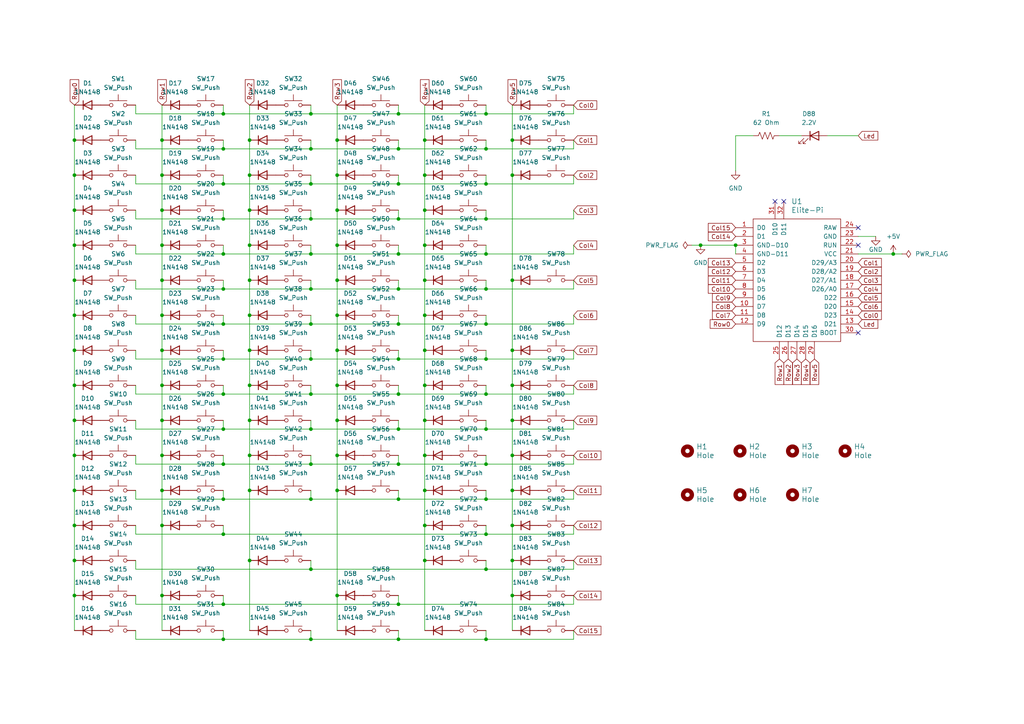
<source format=kicad_sch>
(kicad_sch (version 20250114) (generator "eeschema") (generator_version "9.0")
  (paper "A4")
  (title_block (title "Post-Mechanical Left Compact Py") (date "2025-06-28") (rev "1.2") (company "Quixotic Keyboards, LLC") (comment 2 "Redux for Maple Elite-Pi") (comment 3 "Move U1 inboard for case clearance") (comment 4 "Add Caps Lock LED"))
  (lib_symbols
    (symbol "Device:LED" (pin_numbers (hide yes)) (pin_names (offset 1.016) (hide yes))
      (property "Reference" "D" (at 0 2.54 0))
      (property "Value" "LED" (at 0 -2.54 0))
      (symbol "LED_1_1"
        (pin passive line (at -3.81 0 0) (length 2.54) (name "K") (number "1"))
        (pin passive line (at 3.81 0 180) (length 2.54) (name "A") (number "2"))
      )
    )
    (symbol "Device:R_US" (pin_numbers (hide yes)) (pin_names (offset 0))
      (property "Reference" "R" (at 2.54 0 90))
      (property "Value" "R_US" (at -2.54 0 90))
      (symbol "R_US_1_1"
        (pin passive line (at 0 3.81 270) (length 1.27) (name "~") (number "1"))
        (pin passive line (at 0 -3.81 90) (length 1.27) (name "~") (number "2"))
      )
    )
    (symbol "Dholydai:Elite-Pi" (pin_names (offset 1.016))
      (property "Reference" "U" (at 0 -3.048 0))
      (property "Value" "Elite-Pi" (at -2.54 0 0))
      (symbol "Elite-Pi_1_1"
        (pin input line (at -17.78 13.97 0) (length 5.08) (name "D0") (number "1"))
        (pin input line (at -17.78 11.43 0) (length 5.08) (name "D1") (number "2"))
        (pin input line (at -17.78 8.89 0) (length 5.08) (name "GND-D10") (number "3"))
        (pin input line (at -17.78 6.35 0) (length 5.08) (name "GND-D11") (number "4"))
        (pin input line (at -17.78 3.81 0) (length 5.08) (name "D2") (number "5"))
        (pin input line (at -17.78 1.27 0) (length 5.08) (name "D3") (number "6"))
        (pin input line (at -17.78 -1.27 0) (length 5.08) (name "D4") (number "7"))
        (pin input line (at -17.78 -3.81 0) (length 5.08) (name "D5") (number "8"))
        (pin input line (at -17.78 -6.35 0) (length 5.08) (name "D6") (number "9"))
        (pin input line (at -17.78 -8.89 0) (length 5.08) (name "D7") (number "10"))
        (pin input line (at -17.78 -11.43 0) (length 5.08) (name "D8") (number "11"))
        (pin input line (at -17.78 -13.97 0) (length 5.08) (name "D9") (number "12"))
        (pin input line (at -6.35 21.59 270) (length 5.08) (name "D10") (number "31"))
        (pin input line (at -5.08 -24.13 90) (length 5.08) (name "D12") (number "25"))
        (pin input line (at -3.81 21.59 270) (length 5.08) (name "D11") (number "32"))
        (pin input line (at -2.54 -24.13 90) (length 5.08) (name "D13") (number "26"))
        (pin input line (at 0 -24.13 90) (length 5.08) (name "D14") (number "27"))
        (pin input line (at 2.54 -24.13 90) (length 5.08) (name "D15") (number "28"))
        (pin input line (at 5.08 -24.13 90) (length 5.08) (name "D16") (number "29"))
        (pin input line (at 17.78 13.97 180) (length 5.08) (name "RAW") (number "24"))
        (pin input line (at 17.78 11.43 180) (length 5.08) (name "GND") (number "23"))
        (pin input line (at 17.78 8.89 180) (length 5.08) (name "RUN") (number "22"))
        (pin input line (at 17.78 6.35 180) (length 5.08) (name "VCC") (number "21"))
        (pin input line (at 17.78 3.81 180) (length 5.08) (name "D29/A3") (number "20"))
        (pin input line (at 17.78 1.27 180) (length 5.08) (name "D28/A2") (number "19"))
        (pin input line (at 17.78 -1.27 180) (length 5.08) (name "D27/A1") (number "18"))
        (pin input line (at 17.78 -3.81 180) (length 5.08) (name "D26/A0") (number "17"))
        (pin input line (at 17.78 -6.35 180) (length 5.08) (name "D22") (number "16"))
        (pin input line (at 17.78 -8.89 180) (length 5.08) (name "D20") (number "15"))
        (pin input line (at 17.78 -11.43 180) (length 5.08) (name "D23") (number "14"))
        (pin input line (at 17.78 -13.97 180) (length 5.08) (name "D21") (number "13"))
        (pin input line (at 17.78 -16.51 180) (length 5.08) (name "BOOT") (number "30"))
      )
    )
    (symbol "Diode:1N4148" (pin_numbers (hide yes)) (pin_names (hide yes))
      (property "Reference" "D" (at 0 2.54 0))
      (property "Value" "1N4148" (at 0 -2.54 0))
      (symbol "1N4148_1_1"
        (pin passive line (at -3.81 0 0) (length 2.54) (name "K") (number "1"))
        (pin passive line (at 3.81 0 180) (length 2.54) (name "A") (number "2"))
      )
    )
    (symbol "Mechanical:MountingHole" (pin_names (offset 1.016)) (in_bom no)
      (property "Reference" "H" (at 0 5.08 0))
      (property "Value" "MountingHole" (at 0 3.175 0))
    )
    (symbol "Switch:SW_Push" (pin_numbers (hide yes)) (pin_names (offset 1.016) (hide yes))
      (property "Reference" "SW" (at 1.27 2.54 0))
      (property "Value" "SW_Push" (at 0 -1.524 0))
      (symbol "SW_Push_0_1"
        (pin passive line (at -5.08 0 0) (length 2.54) (name "1") (number "1"))
        (pin passive line (at 5.08 0 180) (length 2.54) (name "2") (number "2"))
      )
    )
    (symbol "power:+5V" (power) (pin_numbers (hide yes)) (pin_names (offset 0) (hide yes))
      (property "Value" "+5V" (at 0 3.556 0))
      (symbol "+5V_1_1"
        (pin power_in line (at 0 0 90) (length 0) (name "~") (number "1"))
      )
    )
    (symbol "power:GND" (power) (pin_numbers (hide yes)) (pin_names (offset 0) (hide yes))
      (property "Value" "GND" (at 0 -3.81 0))
      (symbol "GND_1_1"
        (pin power_in line (at 0 0 270) (length 0) (name "~") (number "1"))
      )
    )
    (symbol "power:PWR_FLAG" (power) (pin_numbers (hide yes)) (pin_names (offset 0) (hide yes))
      (property "Value" "PWR_FLAG" (at 0 3.81 0))
      (symbol "PWR_FLAG_0_0"
        (pin power_out line (at 0 0 90) (length 0) (name "~") (number "1"))
      )
    )
  )
  (junction (at 64.77 114.3))
  (junction (at 97.79 132.08))
  (junction (at 72.39 132.08))
  (junction (at 64.77 63.5))
  (junction (at 259.08 73.66))
  (junction (at 21.59 142.24))
  (junction (at 115.57 43.18))
  (junction (at 46.99 121.92))
  (junction (at 21.59 50.8))
  (junction (at 46.99 111.76))
  (junction (at 140.97 185.42))
  (junction (at 140.97 83.82))
  (junction (at 90.17 104.14))
  (junction (at 97.79 50.8))
  (junction (at 90.17 93.98))
  (junction (at 115.57 53.34))
  (junction (at 123.19 132.08))
  (junction (at 46.99 50.8))
  (junction (at 21.59 81.28))
  (junction (at 21.59 172.72))
  (junction (at 140.97 63.5))
  (junction (at 115.57 63.5))
  (junction (at 148.59 81.28))
  (junction (at 90.17 124.46))
  (junction (at 90.17 185.42))
  (junction (at 64.77 83.82))
  (junction (at 123.19 101.6))
  (junction (at 46.99 71.12))
  (junction (at 115.57 144.78))
  (junction (at 203.2 71.12))
  (junction (at 90.17 53.34))
  (junction (at 90.17 73.66))
  (junction (at 148.59 121.92))
  (junction (at 97.79 101.6))
  (junction (at 64.77 185.42))
  (junction (at 115.57 83.82))
  (junction (at 64.77 144.78))
  (junction (at 46.99 40.64))
  (junction (at 115.57 33.02))
  (junction (at 64.77 73.66))
  (junction (at 97.79 60.96))
  (junction (at 64.77 43.18))
  (junction (at 72.39 91.44))
  (junction (at 115.57 114.3))
  (junction (at 21.59 60.96))
  (junction (at 123.19 91.44))
  (junction (at 148.59 142.24))
  (junction (at 115.57 185.42))
  (junction (at 90.17 114.3))
  (junction (at 90.17 63.5))
  (junction (at 140.97 154.94))
  (junction (at 115.57 175.26))
  (junction (at 97.79 121.92))
  (junction (at 97.79 91.44))
  (junction (at 46.99 60.96))
  (junction (at 123.19 121.92))
  (junction (at 90.17 33.02))
  (junction (at 115.57 124.46))
  (junction (at 97.79 172.72))
  (junction (at 72.39 111.76))
  (junction (at 72.39 142.24))
  (junction (at 21.59 71.12))
  (junction (at 140.97 114.3))
  (junction (at 90.17 134.62))
  (junction (at 148.59 152.4))
  (junction (at 21.59 121.92))
  (junction (at 148.59 132.08))
  (junction (at 72.39 50.8))
  (junction (at 140.97 73.66))
  (junction (at 123.19 81.28))
  (junction (at 97.79 71.12))
  (junction (at 46.99 91.44))
  (junction (at 148.59 101.6))
  (junction (at 64.77 53.34))
  (junction (at 64.77 154.94))
  (junction (at 72.39 71.12))
  (junction (at 123.19 60.96))
  (junction (at 72.39 101.6))
  (junction (at 97.79 111.76))
  (junction (at 46.99 101.6))
  (junction (at 97.79 142.24))
  (junction (at 21.59 152.4))
  (junction (at 123.19 111.76))
  (junction (at 21.59 132.08))
  (junction (at 46.99 152.4))
  (junction (at 97.79 40.64))
  (junction (at 97.79 81.28))
  (junction (at 64.77 93.98))
  (junction (at 21.59 91.44))
  (junction (at 90.17 165.1))
  (junction (at 140.97 144.78))
  (junction (at 115.57 93.98))
  (junction (at 46.99 81.28))
  (junction (at 148.59 50.8))
  (junction (at 148.59 40.64))
  (junction (at 140.97 93.98))
  (junction (at 64.77 134.62))
  (junction (at 148.59 162.56))
  (junction (at 72.39 60.96))
  (junction (at 115.57 134.62))
  (junction (at 64.77 124.46))
  (junction (at 90.17 83.82))
  (junction (at 115.57 104.14))
  (junction (at 140.97 134.62))
  (junction (at 72.39 81.28))
  (junction (at 21.59 40.64))
  (junction (at 90.17 43.18))
  (junction (at 140.97 165.1))
  (junction (at 148.59 111.76))
  (junction (at 140.97 33.02))
  (junction (at 46.99 172.72))
  (junction (at 46.99 142.24))
  (junction (at 140.97 53.34))
  (junction (at 64.77 104.14))
  (junction (at 148.59 172.72))
  (junction (at 123.19 142.24))
  (junction (at 21.59 101.6))
  (junction (at 46.99 132.08))
  (junction (at 64.77 33.02))
  (junction (at 123.19 71.12))
  (junction (at 72.39 162.56))
  (junction (at 140.97 43.18))
  (junction (at 64.77 175.26))
  (junction (at 72.39 121.92))
  (junction (at 115.57 73.66))
  (junction (at 123.19 50.8))
  (junction (at 123.19 152.4))
  (junction (at 21.59 162.56))
  (junction (at 123.19 40.64))
  (junction (at 140.97 104.14))
  (junction (at 90.17 144.78))
  (junction (at 123.19 162.56))
  (junction (at 21.59 111.76))
  (junction (at 213.36 71.12))
  (junction (at 72.39 40.64))
  (junction (at 140.97 124.46))
  (no_connect (at 227.33 58.42))
  (no_connect (at 248.92 66.04))
  (no_connect (at 248.92 71.12))
  (no_connect (at 248.92 96.52))
  (no_connect (at 224.79 58.42))
  (wire (pts (xy 90.17 43.18) (xy 115.57 43.18)))
  (wire (pts (xy 90.17 81.28) (xy 90.17 83.82)))
  (wire (pts (xy 90.17 83.82) (xy 115.57 83.82)))
  (wire (pts (xy 140.97 104.14) (xy 166.37 104.14)))
  (wire (pts (xy 90.17 91.44) (xy 90.17 93.98)))
  (wire (pts (xy 90.17 71.12) (xy 90.17 73.66)))
  (wire (pts (xy 115.57 142.24) (xy 115.57 144.78)))
  (wire (pts (xy 21.59 142.24) (xy 21.59 152.4)))
  (wire (pts (xy 64.77 63.5) (xy 90.17 63.5)))
  (wire (pts (xy 46.99 152.4) (xy 46.99 172.72)))
  (wire (pts (xy 97.79 81.28) (xy 97.79 91.44)))
  (wire (pts (xy 21.59 71.12) (xy 21.59 81.28)))
  (wire (pts (xy 64.77 73.66) (xy 90.17 73.66)))
  (wire (pts (xy 72.39 132.08) (xy 72.39 142.24)))
  (wire (pts (xy 140.97 165.1) (xy 166.37 165.1)))
  (wire (pts (xy 46.99 50.8) (xy 46.99 60.96)))
  (wire (pts (xy 166.37 111.76) (xy 166.37 114.3)))
  (wire (pts (xy 39.37 172.72) (xy 39.37 175.26)))
  (wire (pts (xy 140.97 71.12) (xy 140.97 73.66)))
  (wire (pts (xy 39.37 144.78) (xy 64.77 144.78)))
  (wire (pts (xy 140.97 81.28) (xy 140.97 83.82)))
  (wire (pts (xy 97.79 142.24) (xy 97.79 172.72)))
  (wire (pts (xy 64.77 152.4) (xy 64.77 154.94)))
  (wire (pts (xy 39.37 81.28) (xy 39.37 83.82)))
  (wire (pts (xy 64.77 81.28) (xy 64.77 83.82)))
  (wire (pts (xy 140.97 60.96) (xy 140.97 63.5)))
  (wire (pts (xy 115.57 132.08) (xy 115.57 134.62)))
  (wire (pts (xy 21.59 152.4) (xy 21.59 162.56)))
  (wire (pts (xy 39.37 182.88) (xy 39.37 185.42)))
  (wire (pts (xy 213.36 71.12) (xy 213.36 73.66)))
  (wire (pts (xy 115.57 134.62) (xy 140.97 134.62)))
  (wire (pts (xy 90.17 124.46) (xy 115.57 124.46)))
  (wire (pts (xy 166.37 162.56) (xy 166.37 165.1)))
  (wire (pts (xy 140.97 43.18) (xy 166.37 43.18)))
  (wire (pts (xy 21.59 121.92) (xy 21.59 132.08)))
  (wire (pts (xy 39.37 152.4) (xy 39.37 154.94)))
  (wire (pts (xy 115.57 63.5) (xy 140.97 63.5)))
  (wire (pts (xy 72.39 101.6) (xy 72.39 111.76)))
  (wire (pts (xy 97.79 30.48) (xy 97.79 40.64)))
  (wire (pts (xy 166.37 142.24) (xy 166.37 144.78)))
  (wire (pts (xy 140.97 93.98) (xy 166.37 93.98)))
  (wire (pts (xy 90.17 185.42) (xy 115.57 185.42)))
  (wire (pts (xy 123.19 111.76) (xy 123.19 121.92)))
  (wire (pts (xy 115.57 111.76) (xy 115.57 114.3)))
  (wire (pts (xy 21.59 30.48) (xy 21.59 40.64)))
  (wire (pts (xy 97.79 111.76) (xy 97.79 121.92)))
  (wire (pts (xy 90.17 165.1) (xy 140.97 165.1)))
  (wire (pts (xy 90.17 50.8) (xy 90.17 53.34)))
  (wire (pts (xy 39.37 40.64) (xy 39.37 43.18)))
  (wire (pts (xy 90.17 53.34) (xy 115.57 53.34)))
  (wire (pts (xy 90.17 101.6) (xy 90.17 104.14)))
  (wire (pts (xy 46.99 101.6) (xy 46.99 111.76)))
  (wire (pts (xy 64.77 40.64) (xy 64.77 43.18)))
  (wire (pts (xy 148.59 50.8) (xy 148.59 81.28)))
  (wire (pts (xy 166.37 101.6) (xy 166.37 104.14)))
  (wire (pts (xy 39.37 185.42) (xy 64.77 185.42)))
  (wire (pts (xy 240.03 39.37) (xy 248.92 39.37)))
  (wire (pts (xy 64.77 93.98) (xy 90.17 93.98)))
  (wire (pts (xy 90.17 104.14) (xy 115.57 104.14)))
  (wire (pts (xy 115.57 43.18) (xy 140.97 43.18)))
  (wire (pts (xy 115.57 175.26) (xy 166.37 175.26)))
  (wire (pts (xy 39.37 175.26) (xy 64.77 175.26)))
  (wire (pts (xy 140.97 40.64) (xy 140.97 43.18)))
  (wire (pts (xy 166.37 30.48) (xy 166.37 33.02)))
  (wire (pts (xy 21.59 40.64) (xy 21.59 50.8)))
  (wire (pts (xy 90.17 121.92) (xy 90.17 124.46)))
  (wire (pts (xy 72.39 162.56) (xy 72.39 182.88)))
  (wire (pts (xy 46.99 81.28) (xy 46.99 91.44)))
  (wire (pts (xy 115.57 33.02) (xy 140.97 33.02)))
  (wire (pts (xy 64.77 104.14) (xy 90.17 104.14)))
  (wire (pts (xy 21.59 162.56) (xy 21.59 172.72)))
  (wire (pts (xy 72.39 142.24) (xy 72.39 162.56)))
  (wire (pts (xy 72.39 111.76) (xy 72.39 121.92)))
  (wire (pts (xy 115.57 53.34) (xy 140.97 53.34)))
  (wire (pts (xy 115.57 172.72) (xy 115.57 175.26)))
  (wire (pts (xy 148.59 111.76) (xy 148.59 121.92)))
  (wire (pts (xy 72.39 121.92) (xy 72.39 132.08)))
  (wire (pts (xy 21.59 60.96) (xy 21.59 71.12)))
  (wire (pts (xy 123.19 40.64) (xy 123.19 50.8)))
  (wire (pts (xy 39.37 33.02) (xy 64.77 33.02)))
  (wire (pts (xy 39.37 124.46) (xy 64.77 124.46)))
  (wire (pts (xy 39.37 111.76) (xy 39.37 114.3)))
  (wire (pts (xy 46.99 132.08) (xy 46.99 142.24)))
  (wire (pts (xy 140.97 121.92) (xy 140.97 124.46)))
  (wire (pts (xy 115.57 91.44) (xy 115.57 93.98)))
  (wire (pts (xy 140.97 152.4) (xy 140.97 154.94)))
  (wire (pts (xy 140.97 63.5) (xy 166.37 63.5)))
  (wire (pts (xy 248.92 73.66) (xy 259.08 73.66)))
  (wire (pts (xy 39.37 104.14) (xy 64.77 104.14)))
  (wire (pts (xy 140.97 91.44) (xy 140.97 93.98)))
  (wire (pts (xy 21.59 172.72) (xy 21.59 182.88)))
  (wire (pts (xy 64.77 83.82) (xy 90.17 83.82)))
  (wire (pts (xy 123.19 121.92) (xy 123.19 132.08)))
  (wire (pts (xy 97.79 71.12) (xy 97.79 81.28)))
  (wire (pts (xy 72.39 30.48) (xy 72.39 40.64)))
  (wire (pts (xy 200.66 71.12) (xy 203.2 71.12)))
  (wire (pts (xy 148.59 30.48) (xy 148.59 40.64)))
  (wire (pts (xy 90.17 30.48) (xy 90.17 33.02)))
  (wire (pts (xy 115.57 71.12) (xy 115.57 73.66)))
  (wire (pts (xy 115.57 81.28) (xy 115.57 83.82)))
  (wire (pts (xy 148.59 101.6) (xy 148.59 111.76)))
  (wire (pts (xy 39.37 142.24) (xy 39.37 144.78)))
  (wire (pts (xy 64.77 132.08) (xy 64.77 134.62)))
  (wire (pts (xy 148.59 142.24) (xy 148.59 152.4)))
  (wire (pts (xy 166.37 71.12) (xy 166.37 73.66)))
  (wire (pts (xy 97.79 101.6) (xy 97.79 111.76)))
  (wire (pts (xy 72.39 71.12) (xy 72.39 81.28)))
  (wire (pts (xy 64.77 53.34) (xy 90.17 53.34)))
  (wire (pts (xy 115.57 124.46) (xy 140.97 124.46)))
  (wire (pts (xy 115.57 182.88) (xy 115.57 185.42)))
  (wire (pts (xy 21.59 132.08) (xy 21.59 142.24)))
  (wire (pts (xy 115.57 40.64) (xy 115.57 43.18)))
  (wire (pts (xy 140.97 33.02) (xy 166.37 33.02)))
  (wire (pts (xy 261.62 73.66) (xy 259.08 73.66)))
  (wire (pts (xy 46.99 142.24) (xy 46.99 152.4)))
  (wire (pts (xy 166.37 40.64) (xy 166.37 43.18)))
  (wire (pts (xy 64.77 43.18) (xy 90.17 43.18)))
  (wire (pts (xy 97.79 91.44) (xy 97.79 101.6)))
  (wire (pts (xy 39.37 93.98) (xy 64.77 93.98)))
  (wire (pts (xy 140.97 154.94) (xy 166.37 154.94)))
  (wire (pts (xy 72.39 81.28) (xy 72.39 91.44)))
  (wire (pts (xy 39.37 73.66) (xy 64.77 73.66)))
  (wire (pts (xy 140.97 134.62) (xy 166.37 134.62)))
  (wire (pts (xy 39.37 43.18) (xy 64.77 43.18)))
  (wire (pts (xy 148.59 172.72) (xy 148.59 182.88)))
  (wire (pts (xy 148.59 81.28) (xy 148.59 101.6)))
  (wire (pts (xy 140.97 182.88) (xy 140.97 185.42)))
  (wire (pts (xy 64.77 124.46) (xy 90.17 124.46)))
  (wire (pts (xy 64.77 144.78) (xy 90.17 144.78)))
  (wire (pts (xy 39.37 101.6) (xy 39.37 104.14)))
  (wire (pts (xy 90.17 63.5) (xy 115.57 63.5)))
  (wire (pts (xy 123.19 30.48) (xy 123.19 40.64)))
  (wire (pts (xy 64.77 71.12) (xy 64.77 73.66)))
  (wire (pts (xy 46.99 91.44) (xy 46.99 101.6)))
  (wire (pts (xy 64.77 91.44) (xy 64.77 93.98)))
  (wire (pts (xy 90.17 142.24) (xy 90.17 144.78)))
  (wire (pts (xy 115.57 60.96) (xy 115.57 63.5)))
  (wire (pts (xy 39.37 83.82) (xy 64.77 83.82)))
  (wire (pts (xy 166.37 50.8) (xy 166.37 53.34)))
  (wire (pts (xy 46.99 71.12) (xy 46.99 81.28)))
  (wire (pts (xy 140.97 53.34) (xy 166.37 53.34)))
  (wire (pts (xy 97.79 50.8) (xy 97.79 60.96)))
  (wire (pts (xy 64.77 60.96) (xy 64.77 63.5)))
  (wire (pts (xy 140.97 83.82) (xy 115.57 83.82)))
  (wire (pts (xy 97.79 121.92) (xy 97.79 132.08)))
  (wire (pts (xy 140.97 73.66) (xy 166.37 73.66)))
  (wire (pts (xy 90.17 73.66) (xy 115.57 73.66)))
  (wire (pts (xy 148.59 121.92) (xy 148.59 132.08)))
  (wire (pts (xy 123.19 132.08) (xy 123.19 142.24)))
  (wire (pts (xy 21.59 91.44) (xy 21.59 101.6)))
  (wire (pts (xy 39.37 30.48) (xy 39.37 33.02)))
  (wire (pts (xy 64.77 33.02) (xy 90.17 33.02)))
  (wire (pts (xy 90.17 40.64) (xy 90.17 43.18)))
  (wire (pts (xy 97.79 40.64) (xy 97.79 50.8)))
  (wire (pts (xy 140.97 30.48) (xy 140.97 33.02)))
  (wire (pts (xy 39.37 162.56) (xy 39.37 165.1)))
  (wire (pts (xy 39.37 114.3) (xy 64.77 114.3)))
  (wire (pts (xy 218.44 39.37) (xy 213.36 39.37)))
  (wire (pts (xy 148.59 152.4) (xy 148.59 162.56)))
  (wire (pts (xy 90.17 144.78) (xy 115.57 144.78)))
  (wire (pts (xy 46.99 60.96) (xy 46.99 71.12)))
  (wire (pts (xy 148.59 162.56) (xy 148.59 172.72)))
  (wire (pts (xy 115.57 50.8) (xy 115.57 53.34)))
  (wire (pts (xy 90.17 132.08) (xy 90.17 134.62)))
  (wire (pts (xy 64.77 175.26) (xy 115.57 175.26)))
  (wire (pts (xy 213.36 39.37) (xy 213.36 49.53)))
  (wire (pts (xy 140.97 142.24) (xy 140.97 144.78)))
  (wire (pts (xy 166.37 81.28) (xy 166.37 83.82)))
  (wire (pts (xy 21.59 101.6) (xy 21.59 111.76)))
  (wire (pts (xy 115.57 185.42) (xy 140.97 185.42)))
  (wire (pts (xy 97.79 132.08) (xy 97.79 142.24)))
  (wire (pts (xy 90.17 60.96) (xy 90.17 63.5)))
  (wire (pts (xy 64.77 114.3) (xy 90.17 114.3)))
  (wire (pts (xy 64.77 50.8) (xy 64.77 53.34)))
  (wire (pts (xy 64.77 142.24) (xy 64.77 144.78)))
  (wire (pts (xy 90.17 182.88) (xy 90.17 185.42)))
  (wire (pts (xy 46.99 121.92) (xy 46.99 132.08)))
  (wire (pts (xy 166.37 91.44) (xy 166.37 93.98)))
  (wire (pts (xy 115.57 73.66) (xy 140.97 73.66)))
  (wire (pts (xy 140.97 132.08) (xy 140.97 134.62)))
  (wire (pts (xy 123.19 162.56) (xy 123.19 182.88)))
  (wire (pts (xy 90.17 33.02) (xy 115.57 33.02)))
  (wire (pts (xy 46.99 30.48) (xy 46.99 40.64)))
  (wire (pts (xy 97.79 60.96) (xy 97.79 71.12)))
  (wire (pts (xy 123.19 152.4) (xy 123.19 162.56)))
  (wire (pts (xy 39.37 53.34) (xy 64.77 53.34)))
  (wire (pts (xy 64.77 30.48) (xy 64.77 33.02)))
  (wire (pts (xy 39.37 63.5) (xy 64.77 63.5)))
  (wire (pts (xy 21.59 81.28) (xy 21.59 91.44)))
  (wire (pts (xy 140.97 185.42) (xy 166.37 185.42)))
  (wire (pts (xy 64.77 172.72) (xy 64.77 175.26)))
  (wire (pts (xy 123.19 60.96) (xy 123.19 71.12)))
  (wire (pts (xy 115.57 101.6) (xy 115.57 104.14)))
  (wire (pts (xy 39.37 154.94) (xy 64.77 154.94)))
  (wire (pts (xy 39.37 71.12) (xy 39.37 73.66)))
  (wire (pts (xy 46.99 111.76) (xy 46.99 121.92)))
  (wire (pts (xy 64.77 154.94) (xy 140.97 154.94)))
  (wire (pts (xy 72.39 60.96) (xy 72.39 71.12)))
  (wire (pts (xy 64.77 134.62) (xy 90.17 134.62)))
  (wire (pts (xy 90.17 111.76) (xy 90.17 114.3)))
  (wire (pts (xy 39.37 91.44) (xy 39.37 93.98)))
  (wire (pts (xy 46.99 172.72) (xy 46.99 182.88)))
  (wire (pts (xy 72.39 50.8) (xy 72.39 60.96)))
  (wire (pts (xy 39.37 121.92) (xy 39.37 124.46)))
  (wire (pts (xy 115.57 30.48) (xy 115.57 33.02)))
  (wire (pts (xy 115.57 144.78) (xy 140.97 144.78)))
  (wire (pts (xy 140.97 111.76) (xy 140.97 114.3)))
  (wire (pts (xy 248.92 68.58) (xy 254 68.58)))
  (wire (pts (xy 166.37 121.92) (xy 166.37 124.46)))
  (wire (pts (xy 64.77 111.76) (xy 64.77 114.3)))
  (wire (pts (xy 148.59 132.08) (xy 148.59 142.24)))
  (wire (pts (xy 148.59 40.64) (xy 148.59 50.8)))
  (wire (pts (xy 115.57 104.14) (xy 140.97 104.14)))
  (wire (pts (xy 140.97 83.82) (xy 166.37 83.82)))
  (wire (pts (xy 140.97 114.3) (xy 166.37 114.3)))
  (wire (pts (xy 140.97 124.46) (xy 166.37 124.46)))
  (wire (pts (xy 140.97 50.8) (xy 140.97 53.34)))
  (wire (pts (xy 166.37 132.08) (xy 166.37 134.62)))
  (wire (pts (xy 90.17 134.62) (xy 115.57 134.62)))
  (wire (pts (xy 46.99 40.64) (xy 46.99 50.8)))
  (wire (pts (xy 123.19 50.8) (xy 123.19 60.96)))
  (wire (pts (xy 39.37 134.62) (xy 64.77 134.62)))
  (wire (pts (xy 21.59 111.76) (xy 21.59 121.92)))
  (wire (pts (xy 64.77 182.88) (xy 64.77 185.42)))
  (wire (pts (xy 226.06 39.37) (xy 232.41 39.37)))
  (wire (pts (xy 115.57 93.98) (xy 140.97 93.98)))
  (wire (pts (xy 72.39 40.64) (xy 72.39 50.8)))
  (wire (pts (xy 166.37 60.96) (xy 166.37 63.5)))
  (wire (pts (xy 123.19 101.6) (xy 123.19 111.76)))
  (wire (pts (xy 123.19 142.24) (xy 123.19 152.4)))
  (wire (pts (xy 166.37 152.4) (xy 166.37 154.94)))
  (wire (pts (xy 123.19 71.12) (xy 123.19 81.28)))
  (wire (pts (xy 90.17 114.3) (xy 115.57 114.3)))
  (wire (pts (xy 39.37 165.1) (xy 90.17 165.1)))
  (wire (pts (xy 39.37 132.08) (xy 39.37 134.62)))
  (wire (pts (xy 64.77 185.42) (xy 90.17 185.42)))
  (wire (pts (xy 90.17 93.98) (xy 115.57 93.98)))
  (wire (pts (xy 97.79 172.72) (xy 97.79 182.88)))
  (wire (pts (xy 115.57 121.92) (xy 115.57 124.46)))
  (wire (pts (xy 64.77 101.6) (xy 64.77 104.14)))
  (wire (pts (xy 123.19 91.44) (xy 123.19 101.6)))
  (wire (pts (xy 140.97 101.6) (xy 140.97 104.14)))
  (wire (pts (xy 166.37 172.72) (xy 166.37 175.26)))
  (wire (pts (xy 39.37 50.8) (xy 39.37 53.34)))
  (wire (pts (xy 140.97 162.56) (xy 140.97 165.1)))
  (wire (pts (xy 72.39 91.44) (xy 72.39 101.6)))
  (wire (pts (xy 39.37 60.96) (xy 39.37 63.5)))
  (wire (pts (xy 140.97 144.78) (xy 166.37 144.78)))
  (wire (pts (xy 115.57 114.3) (xy 140.97 114.3)))
  (wire (pts (xy 21.59 50.8) (xy 21.59 60.96)))
  (wire (pts (xy 64.77 121.92) (xy 64.77 124.46)))
  (wire (pts (xy 90.17 162.56) (xy 90.17 165.1)))
  (wire (pts (xy 166.37 182.88) (xy 166.37 185.42)))
  (wire (pts (xy 123.19 81.28) (xy 123.19 91.44)))
  (wire (pts (xy 203.2 71.12) (xy 213.36 71.12)))
  (global_label "Col3" (shape input) (at 248.92 81.28 0) (property "Intersheetrefs" "${INTERSHEET_REFS}" (effects (hide yes))))
  (global_label "Col7" (shape input) (at 166.37 101.6 0) (property "Intersheetrefs" "${INTERSHEET_REFS}" (effects (hide yes))))
  (global_label "Col15" (shape input) (at 213.36 66.04 180) (property "Intersheetrefs" "${INTERSHEET_REFS}" (effects (hide yes))))
  (global_label "Col14" (shape input) (at 213.36 68.58 180) (property "Intersheetrefs" "${INTERSHEET_REFS}" (effects (hide yes))))
  (global_label "Col12" (shape input) (at 166.37 152.4 0) (property "Intersheetrefs" "${INTERSHEET_REFS}" (effects (hide yes))))
  (global_label "Row5" (shape input) (at 148.59 30.48 90) (property "Intersheetrefs" "${INTERSHEET_REFS}" (effects (hide yes))))
  (global_label "Col4" (shape input) (at 166.37 71.12 0) (property "Intersheetrefs" "${INTERSHEET_REFS}" (effects (hide yes))))
  (global_label "Col9" (shape input) (at 166.37 121.92 0) (property "Intersheetrefs" "${INTERSHEET_REFS}" (effects (hide yes))))
  (global_label "Col13" (shape input) (at 213.36 76.2 180) (property "Intersheetrefs" "${INTERSHEET_REFS}" (effects (hide yes))))
  (global_label "Row5" (shape input) (at 236.22 104.14 270) (property "Intersheetrefs" "${INTERSHEET_REFS}" (effects (hide yes))))
  (global_label "Row1" (shape input) (at 46.99 30.48 90) (property "Intersheetrefs" "${INTERSHEET_REFS}" (effects (hide yes))))
  (global_label "Col3" (shape input) (at 166.37 60.96 0) (property "Intersheetrefs" "${INTERSHEET_REFS}" (effects (hide yes))))
  (global_label "Col12" (shape input) (at 213.36 78.74 180) (property "Intersheetrefs" "${INTERSHEET_REFS}" (effects (hide yes))))
  (global_label "Col1" (shape input) (at 166.37 40.64 0) (property "Intersheetrefs" "${INTERSHEET_REFS}" (effects (hide yes))))
  (global_label "Col2" (shape input) (at 248.92 78.74 0) (property "Intersheetrefs" "${INTERSHEET_REFS}" (effects (hide yes))))
  (global_label "Row4" (shape input) (at 233.68 104.14 270) (property "Intersheetrefs" "${INTERSHEET_REFS}" (effects (hide yes))))
  (global_label "Row1" (shape input) (at 226.06 104.14 270) (property "Intersheetrefs" "${INTERSHEET_REFS}" (effects (hide yes))))
  (global_label "Col9" (shape input) (at 213.36 86.36 180) (property "Intersheetrefs" "${INTERSHEET_REFS}" (effects (hide yes))))
  (global_label "Col14" (shape input) (at 166.37 172.72 0) (property "Intersheetrefs" "${INTERSHEET_REFS}" (effects (hide yes))))
  (global_label "Col10" (shape input) (at 166.37 132.08 0) (property "Intersheetrefs" "${INTERSHEET_REFS}" (effects (hide yes))))
  (global_label "Col7" (shape input) (at 213.36 91.44 180) (property "Intersheetrefs" "${INTERSHEET_REFS}" (effects (hide yes))))
  (global_label "Col4" (shape input) (at 248.92 83.82 0) (property "Intersheetrefs" "${INTERSHEET_REFS}" (effects (hide yes))))
  (global_label "Col0" (shape input) (at 166.37 30.48 0) (property "Intersheetrefs" "${INTERSHEET_REFS}" (effects (hide yes))))
  (global_label "Col1" (shape input) (at 248.92 76.2 0) (property "Intersheetrefs" "${INTERSHEET_REFS}" (effects (hide yes))))
  (global_label "Row3" (shape input) (at 97.79 30.48 90) (property "Intersheetrefs" "${INTERSHEET_REFS}" (effects (hide yes))))
  (global_label "Col8" (shape input) (at 213.36 88.9 180) (property "Intersheetrefs" "${INTERSHEET_REFS}" (effects (hide yes))))
  (global_label "Led" (shape input) (at 248.92 39.37 0) (property "Intersheetrefs" "${INTERSHEET_REFS}" (effects (hide yes))))
  (global_label "Col10" (shape input) (at 213.36 83.82 180) (property "Intersheetrefs" "${INTERSHEET_REFS}" (effects (hide yes))))
  (global_label "Col6" (shape input) (at 248.92 88.9 0) (property "Intersheetrefs" "${INTERSHEET_REFS}" (effects (hide yes))))
  (global_label "Row0" (shape input) (at 21.59 30.48 90) (property "Intersheetrefs" "${INTERSHEET_REFS}" (effects (hide yes))))
  (global_label "Col5" (shape input) (at 166.37 81.28 0) (property "Intersheetrefs" "${INTERSHEET_REFS}" (effects (hide yes))))
  (global_label "Row4" (shape input) (at 123.19 30.48 90) (property "Intersheetrefs" "${INTERSHEET_REFS}" (effects (hide yes))))
  (global_label "Row2" (shape input) (at 72.39 30.48 90) (property "Intersheetrefs" "${INTERSHEET_REFS}" (effects (hide yes))))
  (global_label "Row0" (shape input) (at 213.36 93.98 180) (property "Intersheetrefs" "${INTERSHEET_REFS}" (effects (hide yes))))
  (global_label "Col11" (shape input) (at 166.37 142.24 0) (property "Intersheetrefs" "${INTERSHEET_REFS}" (effects (hide yes))))
  (global_label "Col5" (shape input) (at 248.92 86.36 0) (property "Intersheetrefs" "${INTERSHEET_REFS}" (effects (hide yes))))
  (global_label "Row2" (shape input) (at 228.6 104.14 270) (property "Intersheetrefs" "${INTERSHEET_REFS}" (effects (hide yes))))
  (global_label "Col8" (shape input) (at 166.37 111.76 0) (property "Intersheetrefs" "${INTERSHEET_REFS}" (effects (hide yes))))
  (global_label "Col15" (shape input) (at 166.37 182.88 0) (property "Intersheetrefs" "${INTERSHEET_REFS}" (effects (hide yes))))
  (global_label "Col0" (shape input) (at 248.92 91.44 0) (property "Intersheetrefs" "${INTERSHEET_REFS}" (effects (hide yes))))
  (global_label "Col6" (shape input) (at 166.37 91.44 0) (property "Intersheetrefs" "${INTERSHEET_REFS}" (effects (hide yes))))
  (global_label "Col11" (shape input) (at 213.36 81.28 180) (property "Intersheetrefs" "${INTERSHEET_REFS}" (effects (hide yes))))
  (global_label "Row3" (shape input) (at 231.14 104.14 270) (property "Intersheetrefs" "${INTERSHEET_REFS}" (effects (hide yes))))
  (global_label "Col13" (shape input) (at 166.37 162.56 0) (property "Intersheetrefs" "${INTERSHEET_REFS}" (effects (hide yes))))
  (global_label "Col2" (shape input) (at 166.37 50.8 0) (property "Intersheetrefs" "${INTERSHEET_REFS}" (effects (hide yes))))
  (global_label "Led" (shape input) (at 248.92 93.98 0) (property "Intersheetrefs" "${INTERSHEET_REFS}" (effects (hide yes))))
  (symbol (lib_id "Switch:SW_Push") (at 161.29 142.24 0) (unit 1)
    (property "Reference" "SW85" (at 161.29 134.62 0))
    (property "Value" "SW_Push" (at 161.29 137.16 0))
    (property "Footprint" "Button_Switch_Keyboard:SW_Cherry_MX_1.00u_PCB" (effects (hide yes)))
    (property "Description" "Push button switch, generic, two pins" (effects (hide yes)))
  )
  (symbol (lib_id "Diode:1N4148") (at 25.4 172.72 0) (unit 1)
    (property "Reference" "D15" (at 25.4 166.37 0))
    (property "Value" "1N4148" (at 25.4 168.91 0))
    (property "Footprint" "Diode_THT:D_DO-35_SOD27_P7.62mm_Horizontal" (effects (hide yes)))
    (property "Datasheet" "https://assets.nexperia.com/documents/data-sheet/1N4148_1N4448.pdf" (effects (hide yes)))
    (property "Description" "100V 0.15A standard switching diode, DO-35" (effects (hide yes)))
    (property "Sim.Device" "D" (effects (hide yes)))
    (property "Sim.Pins" "1=K 2=A" (effects (hide yes)))
  )
  (symbol (lib_id "Switch:SW_Push") (at 161.29 81.28 0) (unit 1)
    (property "Reference" "SW78" (at 161.29 73.66 0))
    (property "Value" "SW_Push" (at 161.29 76.2 0))
    (property "Footprint" "Dholydai-Parts:SW_Ch_Inv_MX_6.00u_PCB_Stagger" (effects (hide yes)))
    (property "Description" "Push button switch, generic, two pins" (effects (hide yes)))
  )
  (symbol (lib_id "Switch:SW_Push") (at 34.29 91.44 0) (unit 1)
    (property "Reference" "SW7" (at 34.29 83.82 0))
    (property "Value" "SW_Push" (at 34.29 86.36 0))
    (property "Footprint" "Button_Switch_Keyboard:SW_Cherry_MX_1.00u_PCB" (effects (hide yes)))
    (property "Description" "Push button switch, generic, two pins" (effects (hide yes)))
  )
  (symbol (lib_id "Diode:1N4148") (at 76.2 30.48 0) (unit 1)
    (property "Reference" "D32" (at 76.2 24.13 0))
    (property "Value" "1N4148" (at 76.2 26.67 0))
    (property "Footprint" "Diode_THT:D_DO-35_SOD27_P7.62mm_Horizontal" (effects (hide yes)))
    (property "Datasheet" "https://assets.nexperia.com/documents/data-sheet/1N4148_1N4448.pdf" (effects (hide yes)))
    (property "Description" "100V 0.15A standard switching diode, DO-35" (effects (hide yes)))
    (property "Sim.Device" "D" (effects (hide yes)))
    (property "Sim.Pins" "1=K 2=A" (effects (hide yes)))
  )
  (symbol (lib_id "Switch:SW_Push") (at 161.29 40.64 0) (unit 1)
    (property "Reference" "SW76" (at 161.29 33.02 0))
    (property "Value" "SW_Push" (at 161.29 35.56 0))
    (property "Footprint" "Button_Switch_Keyboard:SW_Cherry_MX_1.00u_PCB" (effects (hide yes)))
    (property "Description" "Push button switch, generic, two pins" (effects (hide yes)))
  )
  (symbol (lib_id "Diode:1N4148") (at 25.4 40.64 0) (unit 1)
    (property "Reference" "D2" (at 25.4 34.29 0))
    (property "Value" "1N4148" (at 25.4 36.83 0))
    (property "Footprint" "Diode_THT:D_DO-35_SOD27_P7.62mm_Horizontal" (effects (hide yes)))
    (property "Datasheet" "https://assets.nexperia.com/documents/data-sheet/1N4148_1N4448.pdf" (effects (hide yes)))
    (property "Description" "100V 0.15A standard switching diode, DO-35" (effects (hide yes)))
    (property "Sim.Device" "D" (effects (hide yes)))
    (property "Sim.Pins" "1=K 2=A" (effects (hide yes)))
  )
  (symbol (lib_id "Switch:SW_Push") (at 85.09 182.88 0) (unit 1)
    (property "Reference" "SW45" (at 85.09 175.26 0))
    (property "Value" "SW_Push" (at 85.09 177.8 0))
    (property "Footprint" "Button_Switch_Keyboard:SW_Cherry_MX_1.00u_PCB" (effects (hide yes)))
    (property "Description" "Push button switch, generic, two pins" (effects (hide yes)))
  )
  (symbol (lib_id "Mechanical:MountingHole") (at 199.39 130.81 0) (unit 1) (in_bom no)
    (property "Reference" "H1" (at 201.93 129.5399 0) (effects (font (size 1.524 1.524)) (justify left)))
    (property "Value" "Hole" (at 201.93 132.0799 0) (effects (font (size 1.524 1.524)) (justify left)))
    (property "Footprint" "MountingHole:MountingHole_3.2mm_M3_Pad" (effects (hide yes)))
    (property "Description" "Mounting Hole without connection" (effects (hide yes)))
  )
  (symbol (lib_id "Diode:1N4148") (at 101.6 91.44 0) (unit 1)
    (property "Reference" "D52" (at 101.6 85.09 0))
    (property "Value" "1N4148" (at 101.6 87.63 0))
    (property "Footprint" "Diode_THT:D_DO-35_SOD27_P7.62mm_Horizontal" (effects (hide yes)))
    (property "Datasheet" "https://assets.nexperia.com/documents/data-sheet/1N4148_1N4448.pdf" (effects (hide yes)))
    (property "Description" "100V 0.15A standard switching diode, DO-35" (effects (hide yes)))
    (property "Sim.Device" "D" (effects (hide yes)))
    (property "Sim.Pins" "1=K 2=A" (effects (hide yes)))
  )
  (symbol (lib_id "Switch:SW_Push") (at 135.89 71.12 0) (unit 1)
    (property "Reference" "SW64" (at 135.89 63.5 0))
    (property "Value" "SW_Push" (at 135.89 66.04 0))
    (property "Footprint" "Button_Switch_Keyboard:SW_Cherry_MX_1.00u_PCB" (effects (hide yes)))
    (property "Description" "Push button switch, generic, two pins" (effects (hide yes)))
  )
  (symbol (lib_id "power:GND") (at 203.2 71.12 0) (unit 1)
    (property "Reference" "#PWR01" (effects (hide yes)))
    (property "Value" "GND" (at 203.2 76.2 0))
    (property "Description" "Power symbol creates a global label with name \"GND\" , ground" (effects (hide yes)))
  )
  (symbol (lib_id "Switch:SW_Push") (at 110.49 182.88 0) (unit 1)
    (property "Reference" "SW59" (at 110.49 175.26 0))
    (property "Value" "SW_Push" (at 110.49 177.8 0))
    (property "Footprint" "Button_Switch_Keyboard:SW_Cherry_MX_1.00u_PCB" (effects (hide yes)))
    (property "Description" "Push button switch, generic, two pins" (effects (hide yes)))
  )
  (symbol (lib_id "Switch:SW_Push") (at 161.29 50.8 0) (unit 1)
    (property "Reference" "SW77" (at 161.29 43.18 0))
    (property "Value" "SW_Push" (at 161.29 45.72 0))
    (property "Footprint" "Button_Switch_Keyboard:SW_Cherry_MX_1.25u_PCB" (effects (hide yes)))
    (property "Description" "Push button switch, generic, two pins" (effects (hide yes)))
  )
  (symbol (lib_id "Switch:SW_Push") (at 85.09 40.64 0) (unit 1)
    (property "Reference" "SW33" (at 85.09 33.02 0))
    (property "Value" "SW_Push" (at 85.09 35.56 0))
    (property "Footprint" "Button_Switch_Keyboard:SW_Cherry_MX_1.00u_PCB" (effects (hide yes)))
    (property "Description" "Push button switch, generic, two pins" (effects (hide yes)))
  )
  (symbol (lib_id "Diode:1N4148") (at 25.4 142.24 0) (unit 1)
    (property "Reference" "D12" (at 25.4 135.89 0))
    (property "Value" "1N4148" (at 25.4 138.43 0))
    (property "Footprint" "Diode_THT:D_DO-35_SOD27_P7.62mm_Horizontal" (effects (hide yes)))
    (property "Datasheet" "https://assets.nexperia.com/documents/data-sheet/1N4148_1N4448.pdf" (effects (hide yes)))
    (property "Description" "100V 0.15A standard switching diode, DO-35" (effects (hide yes)))
    (property "Sim.Device" "D" (effects (hide yes)))
    (property "Sim.Pins" "1=K 2=A" (effects (hide yes)))
  )
  (symbol (lib_id "Switch:SW_Push") (at 34.29 172.72 0) (unit 1)
    (property "Reference" "SW15" (at 34.29 165.1 0))
    (property "Value" "SW_Push" (at 34.29 167.64 0))
    (property "Footprint" "Button_Switch_Keyboard:SW_Cherry_MX_1.00u_PCB" (effects (hide yes)))
    (property "Description" "Push button switch, generic, two pins" (effects (hide yes)))
  )
  (symbol (lib_id "Diode:1N4148") (at 25.4 91.44 0) (unit 1)
    (property "Reference" "D7" (at 25.4 85.09 0))
    (property "Value" "1N4148" (at 25.4 87.63 0))
    (property "Footprint" "Diode_THT:D_DO-35_SOD27_P7.62mm_Horizontal" (effects (hide yes)))
    (property "Datasheet" "https://assets.nexperia.com/documents/data-sheet/1N4148_1N4448.pdf" (effects (hide yes)))
    (property "Description" "100V 0.15A standard switching diode, DO-35" (effects (hide yes)))
    (property "Sim.Device" "D" (effects (hide yes)))
    (property "Sim.Pins" "1=K 2=A" (effects (hide yes)))
  )
  (symbol (lib_id "Diode:1N4148") (at 76.2 81.28 0) (unit 1)
    (property "Reference" "D37" (at 76.2 74.93 0))
    (property "Value" "1N4148" (at 76.2 77.47 0))
    (property "Footprint" "Diode_THT:D_DO-35_SOD27_P7.62mm_Horizontal" (effects (hide yes)))
    (property "Datasheet" "https://assets.nexperia.com/documents/data-sheet/1N4148_1N4448.pdf" (effects (hide yes)))
    (property "Description" "100V 0.15A standard switching diode, DO-35" (effects (hide yes)))
    (property "Sim.Device" "D" (effects (hide yes)))
    (property "Sim.Pins" "1=K 2=A" (effects (hide yes)))
  )
  (symbol (lib_id "Diode:1N4148") (at 101.6 132.08 0) (unit 1)
    (property "Reference" "D56" (at 101.6 125.73 0))
    (property "Value" "1N4148" (at 101.6 128.27 0))
    (property "Footprint" "Diode_THT:D_DO-35_SOD27_P7.62mm_Horizontal" (effects (hide yes)))
    (property "Datasheet" "https://assets.nexperia.com/documents/data-sheet/1N4148_1N4448.pdf" (effects (hide yes)))
    (property "Description" "100V 0.15A standard switching diode, DO-35" (effects (hide yes)))
    (property "Sim.Device" "D" (effects (hide yes)))
    (property "Sim.Pins" "1=K 2=A" (effects (hide yes)))
  )
  (symbol (lib_id "Diode:1N4148") (at 101.6 60.96 0) (unit 1)
    (property "Reference" "D49" (at 101.6 54.61 0))
    (property "Value" "1N4148" (at 101.6 57.15 0))
    (property "Footprint" "Diode_THT:D_DO-35_SOD27_P7.62mm_Horizontal" (effects (hide yes)))
    (property "Datasheet" "https://assets.nexperia.com/documents/data-sheet/1N4148_1N4448.pdf" (effects (hide yes)))
    (property "Description" "100V 0.15A standard switching diode, DO-35" (effects (hide yes)))
    (property "Sim.Device" "D" (effects (hide yes)))
    (property "Sim.Pins" "1=K 2=A" (effects (hide yes)))
  )
  (symbol (lib_id "Diode:1N4148") (at 101.6 50.8 0) (unit 1)
    (property "Reference" "D48" (at 101.6 44.45 0))
    (property "Value" "1N4148" (at 101.6 46.99 0))
    (property "Footprint" "Diode_THT:D_DO-35_SOD27_P7.62mm_Horizontal" (effects (hide yes)))
    (property "Datasheet" "https://assets.nexperia.com/documents/data-sheet/1N4148_1N4448.pdf" (effects (hide yes)))
    (property "Description" "100V 0.15A standard switching diode, DO-35" (effects (hide yes)))
    (property "Sim.Device" "D" (effects (hide yes)))
    (property "Sim.Pins" "1=K 2=A" (effects (hide yes)))
  )
  (symbol (lib_id "Switch:SW_Push") (at 59.69 132.08 0) (unit 1)
    (property "Reference" "SW27" (at 59.69 124.46 0))
    (property "Value" "SW_Push" (at 59.69 127 0))
    (property "Footprint" "Button_Switch_Keyboard:SW_Cherry_MX_1.00u_PCB" (effects (hide yes)))
    (property "Description" "Push button switch, generic, two pins" (effects (hide yes)))
  )
  (symbol (lib_id "Switch:SW_Push") (at 34.29 152.4 0) (unit 1)
    (property "Reference" "SW13" (at 34.29 144.78 0))
    (property "Value" "SW_Push" (at 34.29 147.32 0))
    (property "Footprint" "Button_Switch_Keyboard:SW_Cherry_MX_1.00u_PCB" (effects (hide yes)))
    (property "Description" "Push button switch, generic, two pins" (effects (hide yes)))
  )
  (symbol (lib_id "Switch:SW_Push") (at 110.49 132.08 0) (unit 1)
    (property "Reference" "SW56" (at 110.49 124.46 0))
    (property "Value" "SW_Push" (at 110.49 127 0))
    (property "Footprint" "Button_Switch_Keyboard:SW_Cherry_MX_1.00u_PCB" (effects (hide yes)))
    (property "Description" "Push button switch, generic, two pins" (effects (hide yes)))
  )
  (symbol (lib_id "Switch:SW_Push") (at 135.89 91.44 0) (unit 1)
    (property "Reference" "SW66" (at 135.89 83.82 0))
    (property "Value" "SW_Push" (at 135.89 86.36 0))
    (property "Footprint" "Button_Switch_Keyboard:SW_Cherry_MX_1.00u_PCB" (effects (hide yes)))
    (property "Description" "Push button switch, generic, two pins" (effects (hide yes)))
  )
  (symbol (lib_id "Switch:SW_Push") (at 34.29 111.76 0) (unit 1)
    (property "Reference" "SW9" (at 34.29 104.14 0))
    (property "Value" "SW_Push" (at 34.29 106.68 0))
    (property "Footprint" "Button_Switch_Keyboard:SW_Cherry_MX_1.00u_PCB" (effects (hide yes)))
    (property "Description" "Push button switch, generic, two pins" (effects (hide yes)))
  )
  (symbol (lib_id "Diode:1N4148") (at 50.8 30.48 0) (unit 1)
    (property "Reference" "D17" (at 50.8 24.13 0))
    (property "Value" "1N4148" (at 50.8 26.67 0))
    (property "Footprint" "Diode_THT:D_DO-35_SOD27_P7.62mm_Horizontal" (effects (hide yes)))
    (property "Datasheet" "https://assets.nexperia.com/documents/data-sheet/1N4148_1N4448.pdf" (effects (hide yes)))
    (property "Description" "100V 0.15A standard switching diode, DO-35" (effects (hide yes)))
    (property "Sim.Device" "D" (effects (hide yes)))
    (property "Sim.Pins" "1=K 2=A" (effects (hide yes)))
  )
  (symbol (lib_id "Diode:1N4148") (at 50.8 121.92 0) (unit 1)
    (property "Reference" "D26" (at 50.8 115.57 0))
    (property "Value" "1N4148" (at 50.8 118.11 0))
    (property "Footprint" "Diode_THT:D_DO-35_SOD27_P7.62mm_Horizontal" (effects (hide yes)))
    (property "Datasheet" "https://assets.nexperia.com/documents/data-sheet/1N4148_1N4448.pdf" (effects (hide yes)))
    (property "Description" "100V 0.15A standard switching diode, DO-35" (effects (hide yes)))
    (property "Sim.Device" "D" (effects (hide yes)))
    (property "Sim.Pins" "1=K 2=A" (effects (hide yes)))
  )
  (symbol (lib_id "Diode:1N4148") (at 127 152.4 0) (unit 1)
    (property "Reference" "D72" (at 127 146.05 0))
    (property "Value" "1N4148" (at 127 148.59 0))
    (property "Footprint" "Diode_THT:D_DO-35_SOD27_P7.62mm_Horizontal" (effects (hide yes)))
    (property "Datasheet" "https://assets.nexperia.com/documents/data-sheet/1N4148_1N4448.pdf" (effects (hide yes)))
    (property "Description" "100V 0.15A standard switching diode, DO-35" (effects (hide yes)))
    (property "Sim.Device" "D" (effects (hide yes)))
    (property "Sim.Pins" "1=K 2=A" (effects (hide yes)))
  )
  (symbol (lib_id "Diode:1N4148") (at 101.6 40.64 0) (unit 1)
    (property "Reference" "D47" (at 101.6 34.29 0))
    (property "Value" "1N4148" (at 101.6 36.83 0))
    (property "Footprint" "Diode_THT:D_DO-35_SOD27_P7.62mm_Horizontal" (effects (hide yes)))
    (property "Datasheet" "https://assets.nexperia.com/documents/data-sheet/1N4148_1N4448.pdf" (effects (hide yes)))
    (property "Description" "100V 0.15A standard switching diode, DO-35" (effects (hide yes)))
    (property "Sim.Device" "D" (effects (hide yes)))
    (property "Sim.Pins" "1=K 2=A" (effects (hide yes)))
  )
  (symbol (lib_id "Switch:SW_Push") (at 59.69 142.24 0) (unit 1)
    (property "Reference" "SW28" (at 59.69 134.62 0))
    (property "Value" "SW_Push" (at 59.69 137.16 0))
    (property "Footprint" "Button_Switch_Keyboard:SW_Cherry_MX_1.00u_PCB" (effects (hide yes)))
    (property "Description" "Push button switch, generic, two pins" (effects (hide yes)))
  )
  (symbol (lib_id "Switch:SW_Push") (at 135.89 121.92 0) (unit 1)
    (property "Reference" "SW69" (at 135.89 114.3 0))
    (property "Value" "SW_Push" (at 135.89 116.84 0))
    (property "Footprint" "Button_Switch_Keyboard:SW_Cherry_MX_1.00u_PCB" (effects (hide yes)))
    (property "Description" "Push button switch, generic, two pins" (effects (hide yes)))
  )
  (symbol (lib_id "Diode:1N4148") (at 152.4 30.48 0) (unit 1)
    (property "Reference" "D75" (at 152.4 24.13 0))
    (property "Value" "1N4148" (at 152.4 26.67 0))
    (property "Footprint" "Diode_THT:D_DO-35_SOD27_P7.62mm_Horizontal" (effects (hide yes)))
    (property "Datasheet" "https://assets.nexperia.com/documents/data-sheet/1N4148_1N4448.pdf" (effects (hide yes)))
    (property "Description" "100V 0.15A standard switching diode, DO-35" (effects (hide yes)))
    (property "Sim.Device" "D" (effects (hide yes)))
    (property "Sim.Pins" "1=K 2=A" (effects (hide yes)))
  )
  (symbol (lib_id "Diode:1N4148") (at 127 40.64 0) (unit 1)
    (property "Reference" "D61" (at 127 34.29 0))
    (property "Value" "1N4148" (at 127 36.83 0))
    (property "Footprint" "Diode_THT:D_DO-35_SOD27_P7.62mm_Horizontal" (effects (hide yes)))
    (property "Datasheet" "https://assets.nexperia.com/documents/data-sheet/1N4148_1N4448.pdf" (effects (hide yes)))
    (property "Description" "100V 0.15A standard switching diode, DO-35" (effects (hide yes)))
    (property "Sim.Device" "D" (effects (hide yes)))
    (property "Sim.Pins" "1=K 2=A" (effects (hide yes)))
  )
  (symbol (lib_id "Switch:SW_Push") (at 135.89 101.6 0) (unit 1)
    (property "Reference" "SW67" (at 135.89 93.98 0))
    (property "Value" "SW_Push" (at 135.89 96.52 0))
    (property "Footprint" "Button_Switch_Keyboard:SW_Cherry_MX_1.00u_PCB" (effects (hide yes)))
    (property "Description" "Push button switch, generic, two pins" (effects (hide yes)))
  )
  (symbol (lib_id "Diode:1N4148") (at 101.6 121.92 0) (unit 1)
    (property "Reference" "D55" (at 101.6 115.57 0))
    (property "Value" "1N4148" (at 101.6 118.11 0))
    (property "Footprint" "Diode_THT:D_DO-35_SOD27_P7.62mm_Horizontal" (effects (hide yes)))
    (property "Datasheet" "https://assets.nexperia.com/documents/data-sheet/1N4148_1N4448.pdf" (effects (hide yes)))
    (property "Description" "100V 0.15A standard switching diode, DO-35" (effects (hide yes)))
    (property "Sim.Device" "D" (effects (hide yes)))
    (property "Sim.Pins" "1=K 2=A" (effects (hide yes)))
  )
  (symbol (lib_id "Mechanical:MountingHole") (at 229.87 143.51 0) (unit 1) (in_bom no)
    (property "Reference" "H7" (at 232.41 142.2399 0) (effects (font (size 1.524 1.524)) (justify left)))
    (property "Value" "Hole" (at 232.41 144.7799 0) (effects (font (size 1.524 1.524)) (justify left)))
    (property "Footprint" "MountingHole:MountingHole_3.2mm_M3_Pad" (effects (hide yes)))
    (property "Description" "Mounting Hole without connection" (effects (hide yes)))
  )
  (symbol (lib_id "Diode:1N4148") (at 76.2 71.12 0) (unit 1)
    (property "Reference" "D36" (at 76.2 64.77 0))
    (property "Value" "1N4148" (at 76.2 67.31 0))
    (property "Footprint" "Diode_THT:D_DO-35_SOD27_P7.62mm_Horizontal" (effects (hide yes)))
    (property "Datasheet" "https://assets.nexperia.com/documents/data-sheet/1N4148_1N4448.pdf" (effects (hide yes)))
    (property "Description" "100V 0.15A standard switching diode, DO-35" (effects (hide yes)))
    (property "Sim.Device" "D" (effects (hide yes)))
    (property "Sim.Pins" "1=K 2=A" (effects (hide yes)))
  )
  (symbol (lib_id "Switch:SW_Push") (at 59.69 182.88 0) (unit 1)
    (property "Reference" "SW31" (at 59.69 175.26 0))
    (property "Value" "SW_Push" (at 59.69 177.8 0))
    (property "Footprint" "Button_Switch_Keyboard:SW_Cherry_MX_1.00u_PCB" (effects (hide yes)))
    (property "Description" "Push button switch, generic, two pins" (effects (hide yes)))
  )
  (symbol (lib_id "Diode:1N4148") (at 101.6 30.48 0) (unit 1)
    (property "Reference" "D46" (at 101.6 24.13 0))
    (property "Value" "1N4148" (at 101.6 26.67 0))
    (property "Footprint" "Diode_THT:D_DO-35_SOD27_P7.62mm_Horizontal" (effects (hide yes)))
    (property "Datasheet" "https://assets.nexperia.com/documents/data-sheet/1N4148_1N4448.pdf" (effects (hide yes)))
    (property "Description" "100V 0.15A standard switching diode, DO-35" (effects (hide yes)))
    (property "Sim.Device" "D" (effects (hide yes)))
    (property "Sim.Pins" "1=K 2=A" (effects (hide yes)))
  )
  (symbol (lib_id "Diode:1N4148") (at 152.4 111.76 0) (unit 1)
    (property "Reference" "D79" (at 152.4 105.41 0))
    (property "Value" "1N4148" (at 152.4 107.95 0))
    (property "Footprint" "Diode_THT:D_DO-35_SOD27_P7.62mm_Horizontal" (effects (hide yes)))
    (property "Datasheet" "https://assets.nexperia.com/documents/data-sheet/1N4148_1N4448.pdf" (effects (hide yes)))
    (property "Description" "100V 0.15A standard switching diode, DO-35" (effects (hide yes)))
    (property "Sim.Device" "D" (effects (hide yes)))
    (property "Sim.Pins" "1=K 2=A" (effects (hide yes)))
  )
  (symbol (lib_id "Diode:1N4148") (at 25.4 182.88 0) (unit 1)
    (property "Reference" "D16" (at 25.4 176.53 0))
    (property "Value" "1N4148" (at 25.4 179.07 0))
    (property "Footprint" "Diode_THT:D_DO-35_SOD27_P7.62mm_Horizontal" (effects (hide yes)))
    (property "Datasheet" "https://assets.nexperia.com/documents/data-sheet/1N4148_1N4448.pdf" (effects (hide yes)))
    (property "Description" "100V 0.15A standard switching diode, DO-35" (effects (hide yes)))
    (property "Sim.Device" "D" (effects (hide yes)))
    (property "Sim.Pins" "1=K 2=A" (effects (hide yes)))
  )
  (symbol (lib_id "Diode:1N4148") (at 25.4 81.28 0) (unit 1)
    (property "Reference" "D6" (at 25.4 74.93 0))
    (property "Value" "1N4148" (at 25.4 77.47 0))
    (property "Footprint" "Diode_THT:D_DO-35_SOD27_P7.62mm_Horizontal" (effects (hide yes)))
    (property "Datasheet" "https://assets.nexperia.com/documents/data-sheet/1N4148_1N4448.pdf" (effects (hide yes)))
    (property "Description" "100V 0.15A standard switching diode, DO-35" (effects (hide yes)))
    (property "Sim.Device" "D" (effects (hide yes)))
    (property "Sim.Pins" "1=K 2=A" (effects (hide yes)))
  )
  (symbol (lib_id "Diode:1N4148") (at 25.4 152.4 0) (unit 1)
    (property "Reference" "D13" (at 25.4 146.05 0))
    (property "Value" "1N4148" (at 25.4 148.59 0))
    (property "Footprint" "Diode_THT:D_DO-35_SOD27_P7.62mm_Horizontal" (effects (hide yes)))
    (property "Datasheet" "https://assets.nexperia.com/documents/data-sheet/1N4148_1N4448.pdf" (effects (hide yes)))
    (property "Description" "100V 0.15A standard switching diode, DO-35" (effects (hide yes)))
    (property "Sim.Device" "D" (effects (hide yes)))
    (property "Sim.Pins" "1=K 2=A" (effects (hide yes)))
  )
  (symbol (lib_id "Switch:SW_Push") (at 34.29 30.48 0) (unit 1)
    (property "Reference" "SW1" (at 34.29 22.86 0))
    (property "Value" "SW_Push" (at 34.29 25.4 0))
    (property "Footprint" "Button_Switch_Keyboard:SW_Cherry_MX_1.00u_PCB" (effects (hide yes)))
    (property "Description" "Push button switch, generic, two pins" (effects (hide yes)))
  )
  (symbol (lib_id "Switch:SW_Push") (at 59.69 101.6 0) (unit 1)
    (property "Reference" "SW24" (at 59.69 93.98 0))
    (property "Value" "SW_Push" (at 59.69 96.52 0))
    (property "Footprint" "Button_Switch_Keyboard:SW_Cherry_MX_1.00u_PCB" (effects (hide yes)))
    (property "Description" "Push button switch, generic, two pins" (effects (hide yes)))
  )
  (symbol (lib_id "Diode:1N4148") (at 50.8 91.44 0) (unit 1)
    (property "Reference" "D23" (at 50.8 85.09 0))
    (property "Value" "1N4148" (at 50.8 87.63 0))
    (property "Footprint" "Diode_THT:D_DO-35_SOD27_P7.62mm_Horizontal" (effects (hide yes)))
    (property "Datasheet" "https://assets.nexperia.com/documents/data-sheet/1N4148_1N4448.pdf" (effects (hide yes)))
    (property "Description" "100V 0.15A standard switching diode, DO-35" (effects (hide yes)))
    (property "Sim.Device" "D" (effects (hide yes)))
    (property "Sim.Pins" "1=K 2=A" (effects (hide yes)))
  )
  (symbol (lib_id "Mechanical:MountingHole") (at 245.11 130.81 0) (unit 1) (in_bom no)
    (property "Reference" "H4" (at 247.65 129.5399 0) (effects (font (size 1.524 1.524)) (justify left)))
    (property "Value" "Hole" (at 247.65 132.0799 0) (effects (font (size 1.524 1.524)) (justify left)))
    (property "Footprint" "MountingHole:MountingHole_3.2mm_M3_Pad" (effects (hide yes)))
    (property "Description" "Mounting Hole without connection" (effects (hide yes)))
  )
  (symbol (lib_id "Diode:1N4148") (at 127 81.28 0) (unit 1)
    (property "Reference" "D65" (at 127 74.93 0))
    (property "Value" "1N4148" (at 127 77.47 0))
    (property "Footprint" "Diode_THT:D_DO-35_SOD27_P7.62mm_Horizontal" (effects (hide yes)))
    (property "Datasheet" "https://assets.nexperia.com/documents/data-sheet/1N4148_1N4448.pdf" (effects (hide yes)))
    (property "Description" "100V 0.15A standard switching diode, DO-35" (effects (hide yes)))
    (property "Sim.Device" "D" (effects (hide yes)))
    (property "Sim.Pins" "1=K 2=A" (effects (hide yes)))
  )
  (symbol (lib_id "Switch:SW_Push") (at 34.29 101.6 0) (unit 1)
    (property "Reference" "SW8" (at 34.29 93.98 0))
    (property "Value" "SW_Push" (at 34.29 96.52 0))
    (property "Footprint" "Button_Switch_Keyboard:SW_Cherry_MX_1.00u_PCB" (effects (hide yes)))
    (property "Description" "Push button switch, generic, two pins" (effects (hide yes)))
  )
  (symbol (lib_id "power:PWR_FLAG") (at 261.62 73.66 270) (unit 1)
    (property "Reference" "#FLG02" (effects (hide yes)))
    (property "Value" "PWR_FLAG" (at 265.43 73.6599 90) (effects (justify left)))
    (property "Description" "Special symbol for telling ERC where power comes from" (effects (hide yes)))
  )
  (symbol (lib_id "Diode:1N4148") (at 152.4 101.6 0) (unit 1)
    (property "Reference" "D86" (at 152.4 95.25 0))
    (property "Value" "1N4148" (at 152.4 97.79 0))
    (property "Footprint" "Diode_THT:D_DO-35_SOD27_P7.62mm_Horizontal" (effects (hide yes)))
    (property "Datasheet" "https://assets.nexperia.com/documents/data-sheet/1N4148_1N4448.pdf" (effects (hide yes)))
    (property "Description" "100V 0.15A standard switching diode, DO-35" (effects (hide yes)))
    (property "Sim.Device" "D" (effects (hide yes)))
    (property "Sim.Pins" "1=K 2=A" (effects (hide yes)))
  )
  (symbol (lib_id "Diode:1N4148") (at 76.2 132.08 0) (unit 1)
    (property "Reference" "D42" (effects (hide yes)))
    (property "Value" "1N4148" (at 76.2 128.27 0))
    (property "Footprint" "Diode_THT:D_DO-35_SOD27_P7.62mm_Horizontal" (effects (hide yes)))
    (property "Datasheet" "https://assets.nexperia.com/documents/data-sheet/1N4148_1N4448.pdf" (effects (hide yes)))
    (property "Description" "100V 0.15A standard switching diode, DO-35" (effects (hide yes)))
    (property "Sim.Device" "D" (effects (hide yes)))
    (property "Sim.Pins" "1=K 2=A" (effects (hide yes)))
  )
  (symbol (lib_id "Diode:1N4148") (at 50.8 132.08 0) (unit 1)
    (property "Reference" "D27" (at 50.8 125.73 0))
    (property "Value" "1N4148" (at 50.8 128.27 0))
    (property "Footprint" "Diode_THT:D_DO-35_SOD27_P7.62mm_Horizontal" (effects (hide yes)))
    (property "Datasheet" "https://assets.nexperia.com/documents/data-sheet/1N4148_1N4448.pdf" (effects (hide yes)))
    (property "Description" "100V 0.15A standard switching diode, DO-35" (effects (hide yes)))
    (property "Sim.Device" "D" (effects (hide yes)))
    (property "Sim.Pins" "1=K 2=A" (effects (hide yes)))
  )
  (symbol (lib_id "Switch:SW_Push") (at 110.49 50.8 0) (unit 1)
    (property "Reference" "SW48" (at 110.49 43.18 0))
    (property "Value" "SW_Push" (at 110.49 45.72 0))
    (property "Footprint" "Button_Switch_Keyboard:SW_Cherry_MX_1.00u_PCB" (effects (hide yes)))
    (property "Description" "Push button switch, generic, two pins" (effects (hide yes)))
  )
  (symbol (lib_id "Switch:SW_Push") (at 34.29 40.64 0) (unit 1)
    (property "Reference" "SW2" (at 34.29 33.02 0))
    (property "Value" "SW_Push" (at 34.29 35.56 0))
    (property "Footprint" "Button_Switch_Keyboard:SW_Cherry_MX_1.00u_PCB" (effects (hide yes)))
    (property "Description" "Push button switch, generic, two pins" (effects (hide yes)))
  )
  (symbol (lib_id "Diode:1N4148") (at 127 111.76 0) (unit 1)
    (property "Reference" "D68" (at 127 105.41 0))
    (property "Value" "1N4148" (at 127 107.95 0))
    (property "Footprint" "Diode_THT:D_DO-35_SOD27_P7.62mm_Horizontal" (effects (hide yes)))
    (property "Datasheet" "https://assets.nexperia.com/documents/data-sheet/1N4148_1N4448.pdf" (effects (hide yes)))
    (property "Description" "100V 0.15A standard switching diode, DO-35" (effects (hide yes)))
    (property "Sim.Device" "D" (effects (hide yes)))
    (property "Sim.Pins" "1=K 2=A" (effects (hide yes)))
  )
  (symbol (lib_id "Switch:SW_Push") (at 110.49 40.64 0) (unit 1)
    (property "Reference" "SW47" (at 110.49 33.02 0))
    (property "Value" "SW_Push" (at 110.49 35.56 0))
    (property "Footprint" "Button_Switch_Keyboard:SW_Cherry_MX_1.00u_PCB" (effects (hide yes)))
    (property "Description" "Push button switch, generic, two pins" (effects (hide yes)))
  )
  (symbol (lib_id "Diode:1N4148") (at 50.8 182.88 0) (unit 1)
    (property "Reference" "D31" (at 50.8 176.53 0))
    (property "Value" "1N4148" (at 50.8 179.07 0))
    (property "Footprint" "Diode_THT:D_DO-35_SOD27_P7.62mm_Horizontal" (effects (hide yes)))
    (property "Datasheet" "https://assets.nexperia.com/documents/data-sheet/1N4148_1N4448.pdf" (effects (hide yes)))
    (property "Description" "100V 0.15A standard switching diode, DO-35" (effects (hide yes)))
    (property "Sim.Device" "D" (effects (hide yes)))
    (property "Sim.Pins" "1=K 2=A" (effects (hide yes)))
  )
  (symbol (lib_id "Diode:1N4148") (at 76.2 142.24 0) (unit 1)
    (property "Reference" "D43" (at 76.2 135.89 0))
    (property "Value" "1N4148" (at 76.2 138.43 0))
    (property "Footprint" "Diode_THT:D_DO-35_SOD27_P7.62mm_Horizontal" (effects (hide yes)))
    (property "Datasheet" "https://assets.nexperia.com/documents/data-sheet/1N4148_1N4448.pdf" (effects (hide yes)))
    (property "Description" "100V 0.15A standard switching diode, DO-35" (effects (hide yes)))
    (property "Sim.Device" "D" (effects (hide yes)))
    (property "Sim.Pins" "1=K 2=A" (effects (hide yes)))
  )
  (symbol (lib_id "Switch:SW_Push") (at 110.49 101.6 0) (unit 1)
    (property "Reference" "SW53" (at 110.49 93.98 0))
    (property "Value" "SW_Push" (at 110.49 96.52 0))
    (property "Footprint" "Button_Switch_Keyboard:SW_Cherry_MX_1.00u_PCB" (effects (hide yes)))
    (property "Description" "Push button switch, generic, two pins" (effects (hide yes)))
  )
  (symbol (lib_id "Switch:SW_Push") (at 59.69 40.64 0) (unit 1)
    (property "Reference" "SW18" (at 59.69 33.02 0))
    (property "Value" "SW_Push" (at 59.69 35.56 0))
    (property "Footprint" "Button_Switch_Keyboard:SW_Cherry_MX_1.00u_PCB" (effects (hide yes)))
    (property "Description" "Push button switch, generic, two pins" (effects (hide yes)))
  )
  (symbol (lib_id "Switch:SW_Push") (at 59.69 172.72 0) (unit 1)
    (property "Reference" "SW30" (at 59.69 165.1 0))
    (property "Value" "SW_Push" (at 59.69 167.64 0))
    (property "Footprint" "Button_Switch_Keyboard:SW_Cherry_MX_2.00u_PCB" (effects (hide yes)))
    (property "Description" "Push button switch, generic, two pins" (effects (hide yes)))
  )
  (symbol (lib_id "Diode:1N4148") (at 152.4 121.92 0) (unit 1)
    (property "Reference" "D80" (at 152.4 115.57 0))
    (property "Value" "1N4148" (at 152.4 118.11 0))
    (property "Footprint" "Diode_THT:D_DO-35_SOD27_P7.62mm_Horizontal" (effects (hide yes)))
    (property "Datasheet" "https://assets.nexperia.com/documents/data-sheet/1N4148_1N4448.pdf" (effects (hide yes)))
    (property "Description" "100V 0.15A standard switching diode, DO-35" (effects (hide yes)))
    (property "Sim.Device" "D" (effects (hide yes)))
    (property "Sim.Pins" "1=K 2=A" (effects (hide yes)))
  )
  (symbol (lib_id "Switch:SW_Push") (at 34.29 121.92 0) (unit 1)
    (property "Reference" "SW10" (at 34.29 114.3 0))
    (property "Value" "SW_Push" (at 34.29 116.84 0))
    (property "Footprint" "Button_Switch_Keyboard:SW_Cherry_MX_1.00u_PCB" (effects (hide yes)))
    (property "Description" "Push button switch, generic, two pins" (effects (hide yes)))
  )
  (symbol (lib_id "Switch:SW_Push") (at 161.29 162.56 0) (unit 1)
    (property "Reference" "SW83" (at 161.29 154.94 0))
    (property "Value" "SW_Push" (at 161.29 157.48 0))
    (property "Footprint" "Button_Switch_Keyboard:SW_Cherry_MX_1.00u_PCB" (effects (hide yes)))
    (property "Description" "Push button switch, generic, two pins" (effects (hide yes)))
  )
  (symbol (lib_id "Diode:1N4148") (at 127 142.24 0) (unit 1)
    (property "Reference" "D71" (at 127 135.89 0))
    (property "Value" "1N4148" (at 127 138.43 0))
    (property "Footprint" "Diode_THT:D_DO-35_SOD27_P7.62mm_Horizontal" (effects (hide yes)))
    (property "Datasheet" "https://assets.nexperia.com/documents/data-sheet/1N4148_1N4448.pdf" (effects (hide yes)))
    (property "Description" "100V 0.15A standard switching diode, DO-35" (effects (hide yes)))
    (property "Sim.Device" "D" (effects (hide yes)))
    (property "Sim.Pins" "1=K 2=A" (effects (hide yes)))
  )
  (symbol (lib_id "power:GND") (at 213.36 49.53 0) (unit 1)
    (property "Reference" "#PWR04" (effects (hide yes)))
    (property "Value" "GND" (at 213.36 54.61 0))
    (property "Description" "Power symbol creates a global label with name \"GND\" , ground" (effects (hide yes)))
  )
  (symbol (lib_id "Switch:SW_Push") (at 161.29 172.72 0) (unit 1)
    (property "Reference" "SW87" (at 161.29 165.1 0))
    (property "Value" "SW_Push" (at 161.29 167.64 0))
    (property "Footprint" "Button_Switch_Keyboard:SW_Cherry_MX_1.00u_PCB" (effects (hide yes)))
    (property "Description" "Push button switch, generic, two pins" (effects (hide yes)))
  )
  (symbol (lib_id "Switch:SW_Push") (at 34.29 162.56 0) (unit 1)
    (property "Reference" "SW14" (at 34.29 154.94 0))
    (property "Value" "SW_Push" (at 34.29 157.48 0))
    (property "Footprint" "Button_Switch_Keyboard:SW_Cherry_MX_1.00u_PCB" (effects (hide yes)))
    (property "Description" "Push button switch, generic, two pins" (effects (hide yes)))
  )
  (symbol (lib_id "power:PWR_FLAG") (at 200.66 71.12 90) (unit 1)
    (property "Reference" "#FLG01" (effects (hide yes)))
    (property "Value" "PWR_FLAG" (at 196.85 71.1199 90) (effects (justify left)))
    (property "Description" "Special symbol for telling ERC where power comes from" (effects (hide yes)))
  )
  (symbol (lib_id "Switch:SW_Push") (at 110.49 172.72 0) (unit 1)
    (property "Reference" "SW58" (at 110.49 165.1 0))
    (property "Value" "SW_Push" (at 110.49 167.64 0))
    (property "Footprint" "Dholydai-Parts:SW_Cherry_MX_2.3333u_PCB" (effects (hide yes)))
    (property "Description" "Push button switch, generic, two pins" (effects (hide yes)))
  )
  (symbol (lib_id "Diode:1N4148") (at 76.2 111.76 0) (unit 1)
    (property "Reference" "D40" (at 76.2 105.41 0))
    (property "Value" "1N4148" (at 76.2 107.95 0))
    (property "Footprint" "Diode_THT:D_DO-35_SOD27_P7.62mm_Horizontal" (effects (hide yes)))
    (property "Datasheet" "https://assets.nexperia.com/documents/data-sheet/1N4148_1N4448.pdf" (effects (hide yes)))
    (property "Description" "100V 0.15A standard switching diode, DO-35" (effects (hide yes)))
    (property "Sim.Device" "D" (effects (hide yes)))
    (property "Sim.Pins" "1=K 2=A" (effects (hide yes)))
  )
  (symbol (lib_id "Diode:1N4148") (at 25.4 111.76 0) (unit 1)
    (property "Reference" "D9" (at 25.4 105.41 0))
    (property "Value" "1N4148" (at 25.4 107.95 0))
    (property "Footprint" "Diode_THT:D_DO-35_SOD27_P7.62mm_Horizontal" (effects (hide yes)))
    (property "Datasheet" "https://assets.nexperia.com/documents/data-sheet/1N4148_1N4448.pdf" (effects (hide yes)))
    (property "Description" "100V 0.15A standard switching diode, DO-35" (effects (hide yes)))
    (property "Sim.Device" "D" (effects (hide yes)))
    (property "Sim.Pins" "1=K 2=A" (effects (hide yes)))
  )
  (symbol (lib_id "Switch:SW_Push") (at 85.09 101.6 0) (unit 1)
    (property "Reference" "SW39" (at 85.09 93.98 0))
    (property "Value" "SW_Push" (at 85.09 96.52 0))
    (property "Footprint" "Button_Switch_Keyboard:SW_Cherry_MX_1.00u_PCB" (effects (hide yes)))
    (property "Description" "Push button switch, generic, two pins" (effects (hide yes)))
  )
  (symbol (lib_id "Switch:SW_Push") (at 59.69 152.4 0) (unit 1)
    (property "Reference" "SW29" (at 59.69 144.78 0))
    (property "Value" "SW_Push" (at 59.69 147.32 0))
    (property "Footprint" "Button_Switch_Keyboard:SW_Cherry_MX_1.00u_PCB" (effects (hide yes)))
    (property "Description" "Push button switch, generic, two pins" (effects (hide yes)))
  )
  (symbol (lib_id "Switch:SW_Push") (at 85.09 81.28 0) (unit 1)
    (property "Reference" "SW37" (at 85.09 73.66 0))
    (property "Value" "SW_Push" (at 85.09 76.2 0))
    (property "Footprint" "Button_Switch_Keyboard:SW_Cherry_MX_1.00u_PCB" (effects (hide yes)))
    (property "Description" "Push button switch, generic, two pins" (effects (hide yes)))
  )
  (symbol (lib_id "Diode:1N4148") (at 127 30.48 0) (unit 1)
    (property "Reference" "D60" (at 127 24.13 0))
    (property "Value" "1N4148" (at 127 26.67 0))
    (property "Footprint" "Diode_THT:D_DO-35_SOD27_P7.62mm_Horizontal" (effects (hide yes)))
    (property "Datasheet" "https://assets.nexperia.com/documents/data-sheet/1N4148_1N4448.pdf" (effects (hide yes)))
    (property "Description" "100V 0.15A standard switching diode, DO-35" (effects (hide yes)))
    (property "Sim.Device" "D" (effects (hide yes)))
    (property "Sim.Pins" "1=K 2=A" (effects (hide yes)))
  )
  (symbol (lib_id "Switch:SW_Push") (at 135.89 162.56 0) (unit 1)
    (property "Reference" "SW73" (at 135.89 154.94 0))
    (property "Value" "SW_Push" (at 135.89 157.48 0))
    (property "Footprint" "Button_Switch_Keyboard:SW_Cherry_MX_1.00u_PCB" (effects (hide yes)))
    (property "Description" "Push button switch, generic, two pins" (effects (hide yes)))
  )
  (symbol (lib_id "Switch:SW_Push") (at 34.29 132.08 0) (unit 1)
    (property "Reference" "SW11" (at 34.29 124.46 0))
    (property "Value" "SW_Push" (at 34.29 127 0))
    (property "Footprint" "Button_Switch_Keyboard:SW_Cherry_MX_1.00u_PCB" (effects (hide yes)))
    (property "Description" "Push button switch, generic, two pins" (effects (hide yes)))
  )
  (symbol (lib_id "Switch:SW_Push") (at 135.89 40.64 0) (unit 1)
    (property "Reference" "SW61" (at 135.89 33.02 0))
    (property "Value" "SW_Push" (at 135.89 35.56 0))
    (property "Footprint" "Button_Switch_Keyboard:SW_Cherry_MX_1.00u_PCB" (effects (hide yes)))
    (property "Description" "Push button switch, generic, two pins" (effects (hide yes)))
  )
  (symbol (lib_id "Switch:SW_Push") (at 110.49 71.12 0) (unit 1)
    (property "Reference" "SW50" (at 110.49 63.5 0))
    (property "Value" "SW_Push" (at 110.49 66.04 0))
    (property "Footprint" "Button_Switch_Keyboard:SW_Cherry_MX_1.00u_PCB" (effects (hide yes)))
    (property "Description" "Push button switch, generic, two pins" (effects (hide yes)))
  )
  (symbol (lib_id "Switch:SW_Push") (at 85.09 162.56 0) (unit 1)
    (property "Reference" "SW44" (at 85.09 154.94 0))
    (property "Value" "SW_Push" (at 85.09 157.48 0))
    (property "Footprint" "Dholydai-Parts:SW_Cherry_MX_2.6666u_PCB" (effects (hide yes)))
    (property "Description" "Push button switch, generic, two pins" (effects (hide yes)))
  )
  (symbol (lib_id "Diode:1N4148") (at 25.4 121.92 0) (unit 1)
    (property "Reference" "D10" (at 25.4 115.57 0))
    (property "Value" "1N4148" (at 25.4 118.11 0))
    (property "Footprint" "Diode_THT:D_DO-35_SOD27_P7.62mm_Horizontal" (effects (hide yes)))
    (property "Datasheet" "https://assets.nexperia.com/documents/data-sheet/1N4148_1N4448.pdf" (effects (hide yes)))
    (property "Description" "100V 0.15A standard switching diode, DO-35" (effects (hide yes)))
    (property "Sim.Device" "D" (effects (hide yes)))
    (property "Sim.Pins" "1=K 2=A" (effects (hide yes)))
  )
  (symbol (lib_id "Switch:SW_Push") (at 135.89 132.08 0) (unit 1)
    (property "Reference" "SW70" (at 135.89 124.46 0))
    (property "Value" "SW_Push" (at 135.89 127 0))
    (property "Footprint" "Button_Switch_Keyboard:SW_Cherry_MX_1.00u_PCB" (effects (hide yes)))
    (property "Description" "Push button switch, generic, two pins" (effects (hide yes)))
  )
  (symbol (lib_id "Diode:1N4148") (at 127 60.96 0) (unit 1)
    (property "Reference" "D63" (at 127 54.61 0))
    (property "Value" "1N4148" (at 127 57.15 0))
    (property "Footprint" "Diode_THT:D_DO-35_SOD27_P7.62mm_Horizontal" (effects (hide yes)))
    (property "Datasheet" "https://assets.nexperia.com/documents/data-sheet/1N4148_1N4448.pdf" (effects (hide yes)))
    (property "Description" "100V 0.15A standard switching diode, DO-35" (effects (hide yes)))
    (property "Sim.Device" "D" (effects (hide yes)))
    (property "Sim.Pins" "1=K 2=A" (effects (hide yes)))
  )
  (symbol (lib_id "Mechanical:MountingHole") (at 199.39 143.51 0) (unit 1) (in_bom no)
    (property "Reference" "H5" (at 201.93 142.2399 0) (effects (font (size 1.524 1.524)) (justify left)))
    (property "Value" "Hole" (at 201.93 144.7799 0) (effects (font (size 1.524 1.524)) (justify left)))
    (property "Footprint" "MountingHole:MountingHole_3.2mm_M3_Pad" (effects (hide yes)))
    (property "Description" "Mounting Hole without connection" (effects (hide yes)))
  )
  (symbol (lib_id "Device:LED") (at 236.22 39.37 0) (unit 1)
    (property "Reference" "D88" (at 234.6325 33.02 0))
    (property "Value" "2.2V" (at 234.6325 35.56 0))
    (property "Footprint" "Dholydai-Parts:SW_Ch_MX_LED_Template" (effects (hide yes)))
    (property "Description" "Light emitting diode" (effects (hide yes)))
    (property "Sim.Pins" "1=K 2=A" (effects (hide yes)))
  )
  (symbol (lib_id "Diode:1N4148") (at 25.4 132.08 0) (unit 1)
    (property "Reference" "D11" (at 25.4 125.73 0))
    (property "Value" "1N4148" (at 25.4 128.27 0))
    (property "Footprint" "Diode_THT:D_DO-35_SOD27_P7.62mm_Horizontal" (effects (hide yes)))
    (property "Datasheet" "https://assets.nexperia.com/documents/data-sheet/1N4148_1N4448.pdf" (effects (hide yes)))
    (property "Description" "100V 0.15A standard switching diode, DO-35" (effects (hide yes)))
    (property "Sim.Device" "D" (effects (hide yes)))
    (property "Sim.Pins" "1=K 2=A" (effects (hide yes)))
  )
  (symbol (lib_id "Switch:SW_Push") (at 110.49 142.24 0) (unit 1)
    (property "Reference" "SW57" (at 110.49 134.62 0))
    (property "Value" "SW_Push" (at 110.49 137.16 0))
    (property "Footprint" "Button_Switch_Keyboard:SW_Cherry_MX_1.00u_PCB" (effects (hide yes)))
    (property "Description" "Push button switch, generic, two pins" (effects (hide yes)))
  )
  (symbol (lib_id "Diode:1N4148") (at 127 162.56 0) (unit 1)
    (property "Reference" "D73" (at 127 156.21 0))
    (property "Value" "1N4148" (at 127 158.75 0))
    (property "Footprint" "Diode_THT:D_DO-35_SOD27_P7.62mm_Horizontal" (effects (hide yes)))
    (property "Datasheet" "https://assets.nexperia.com/documents/data-sheet/1N4148_1N4448.pdf" (effects (hide yes)))
    (property "Description" "100V 0.15A standard switching diode, DO-35" (effects (hide yes)))
    (property "Sim.Device" "D" (effects (hide yes)))
    (property "Sim.Pins" "1=K 2=A" (effects (hide yes)))
  )
  (symbol (lib_id "Diode:1N4148") (at 127 101.6 0) (unit 1)
    (property "Reference" "D67" (at 127 95.25 0))
    (property "Value" "1N4148" (at 127 97.79 0))
    (property "Footprint" "Diode_THT:D_DO-35_SOD27_P7.62mm_Horizontal" (effects (hide yes)))
    (property "Datasheet" "https://assets.nexperia.com/documents/data-sheet/1N4148_1N4448.pdf" (effects (hide yes)))
    (property "Description" "100V 0.15A standard switching diode, DO-35" (effects (hide yes)))
    (property "Sim.Device" "D" (effects (hide yes)))
    (property "Sim.Pins" "1=K 2=A" (effects (hide yes)))
  )
  (symbol (lib_id "Diode:1N4148") (at 76.2 182.88 0) (unit 1)
    (property "Reference" "D45" (at 76.2 176.53 0))
    (property "Value" "1N4148" (at 76.2 179.07 0))
    (property "Footprint" "Diode_THT:D_DO-35_SOD27_P7.62mm_Horizontal" (effects (hide yes)))
    (property "Datasheet" "https://assets.nexperia.com/documents/data-sheet/1N4148_1N4448.pdf" (effects (hide yes)))
    (property "Description" "100V 0.15A standard switching diode, DO-35" (effects (hide yes)))
    (property "Sim.Device" "D" (effects (hide yes)))
    (property "Sim.Pins" "1=K 2=A" (effects (hide yes)))
  )
  (symbol (lib_id "Switch:SW_Push") (at 85.09 50.8 0) (unit 1)
    (property "Reference" "SW34" (at 85.09 43.18 0))
    (property "Value" "SW_Push" (at 85.09 45.72 0))
    (property "Footprint" "Button_Switch_Keyboard:SW_Cherry_MX_1.00u_PCB" (effects (hide yes)))
    (property "Description" "Push button switch, generic, two pins" (effects (hide yes)))
  )
  (symbol (lib_id "Diode:1N4148") (at 76.2 91.44 0) (unit 1)
    (property "Reference" "D38" (at 76.2 85.09 0))
    (property "Value" "1N4148" (at 76.2 87.63 0))
    (property "Footprint" "Diode_THT:D_DO-35_SOD27_P7.62mm_Horizontal" (effects (hide yes)))
    (property "Datasheet" "https://assets.nexperia.com/documents/data-sheet/1N4148_1N4448.pdf" (effects (hide yes)))
    (property "Description" "100V 0.15A standard switching diode, DO-35" (effects (hide yes)))
    (property "Sim.Device" "D" (effects (hide yes)))
    (property "Sim.Pins" "1=K 2=A" (effects (hide yes)))
  )
  (symbol (lib_id "Diode:1N4148") (at 25.4 71.12 0) (unit 1)
    (property "Reference" "D5" (at 25.4 64.77 0))
    (property "Value" "1N4148" (at 25.4 67.31 0))
    (property "Footprint" "Diode_THT:D_DO-35_SOD27_P7.62mm_Horizontal" (effects (hide yes)))
    (property "Datasheet" "https://assets.nexperia.com/documents/data-sheet/1N4148_1N4448.pdf" (effects (hide yes)))
    (property "Description" "100V 0.15A standard switching diode, DO-35" (effects (hide yes)))
    (property "Sim.Device" "D" (effects (hide yes)))
    (property "Sim.Pins" "1=K 2=A" (effects (hide yes)))
  )
  (symbol (lib_id "Diode:1N4148") (at 152.4 40.64 0) (unit 1)
    (property "Reference" "D76" (at 152.4 34.29 0))
    (property "Value" "1N4148" (at 152.4 36.83 0))
    (property "Footprint" "Diode_THT:D_DO-35_SOD27_P7.62mm_Horizontal" (effects (hide yes)))
    (property "Datasheet" "https://assets.nexperia.com/documents/data-sheet/1N4148_1N4448.pdf" (effects (hide yes)))
    (property "Description" "100V 0.15A standard switching diode, DO-35" (effects (hide yes)))
    (property "Sim.Device" "D" (effects (hide yes)))
    (property "Sim.Pins" "1=K 2=A" (effects (hide yes)))
  )
  (symbol (lib_id "Switch:SW_Push") (at 85.09 71.12 0) (unit 1)
    (property "Reference" "SW36" (at 85.09 63.5 0))
    (property "Value" "SW_Push" (at 85.09 66.04 0))
    (property "Footprint" "Button_Switch_Keyboard:SW_Cherry_MX_1.00u_PCB" (effects (hide yes)))
    (property "Description" "Push button switch, generic, two pins" (effects (hide yes)))
  )
  (symbol (lib_id "Diode:1N4148") (at 127 132.08 0) (unit 1)
    (property "Reference" "D70" (at 127 125.73 0))
    (property "Value" "1N4148" (at 127 128.27 0))
    (property "Footprint" "Diode_THT:D_DO-35_SOD27_P7.62mm_Horizontal" (effects (hide yes)))
    (property "Datasheet" "https://assets.nexperia.com/documents/data-sheet/1N4148_1N4448.pdf" (effects (hide yes)))
    (property "Description" "100V 0.15A standard switching diode, DO-35" (effects (hide yes)))
    (property "Sim.Device" "D" (effects (hide yes)))
    (property "Sim.Pins" "1=K 2=A" (effects (hide yes)))
  )
  (symbol (lib_id "Diode:1N4148") (at 25.4 60.96 0) (unit 1)
    (property "Reference" "D4" (at 25.4 54.61 0))
    (property "Value" "1N4148" (at 25.4 57.15 0))
    (property "Footprint" "Diode_THT:D_DO-35_SOD27_P7.62mm_Horizontal" (effects (hide yes)))
    (property "Datasheet" "https://assets.nexperia.com/documents/data-sheet/1N4148_1N4448.pdf" (effects (hide yes)))
    (property "Description" "100V 0.15A standard switching diode, DO-35" (effects (hide yes)))
    (property "Sim.Device" "D" (effects (hide yes)))
    (property "Sim.Pins" "1=K 2=A" (effects (hide yes)))
  )
  (symbol (lib_id "Diode:1N4148") (at 152.4 162.56 0) (unit 1)
    (property "Reference" "D83" (at 152.4 156.21 0))
    (property "Value" "1N4148" (at 152.4 158.75 0))
    (property "Footprint" "Diode_THT:D_DO-35_SOD27_P7.62mm_Horizontal" (effects (hide yes)))
    (property "Datasheet" "https://assets.nexperia.com/documents/data-sheet/1N4148_1N4448.pdf" (effects (hide yes)))
    (property "Description" "100V 0.15A standard switching diode, DO-35" (effects (hide yes)))
    (property "Sim.Device" "D" (effects (hide yes)))
    (property "Sim.Pins" "1=K 2=A" (effects (hide yes)))
  )
  (symbol (lib_id "Switch:SW_Push") (at 85.09 30.48 0) (unit 1)
    (property "Reference" "SW32" (at 85.09 22.86 0))
    (property "Value" "SW_Push" (at 85.09 25.4 0))
    (property "Footprint" "Dholydai-Parts:SW_Cherry_MX_1.3333u_PCB" (effects (hide yes)))
    (property "Description" "Push button switch, generic, two pins" (effects (hide yes)))
  )
  (symbol (lib_id "Switch:SW_Push") (at 85.09 121.92 0) (unit 1)
    (property "Reference" "SW41" (at 85.09 114.3 0))
    (property "Value" "SW_Push" (at 85.09 116.84 0))
    (property "Footprint" "Button_Switch_Keyboard:SW_Cherry_MX_1.00u_PCB" (effects (hide yes)))
    (property "Description" "Push button switch, generic, two pins" (effects (hide yes)))
  )
  (symbol (lib_id "Switch:SW_Push") (at 34.29 142.24 0) (unit 1)
    (property "Reference" "SW12" (at 34.29 134.62 0))
    (property "Value" "SW_Push" (at 34.29 137.16 0))
    (property "Footprint" "Button_Switch_Keyboard:SW_Cherry_MX_1.00u_PCB" (effects (hide yes)))
    (property "Description" "Push button switch, generic, two pins" (effects (hide yes)))
  )
  (symbol (lib_id "Diode:1N4148") (at 152.4 142.24 0) (unit 1)
    (property "Reference" "D85" (at 152.4 135.89 0))
    (property "Value" "1N4148" (at 152.4 138.43 0))
    (property "Footprint" "Diode_THT:D_DO-35_SOD27_P7.62mm_Horizontal" (effects (hide yes)))
    (property "Datasheet" "https://assets.nexperia.com/documents/data-sheet/1N4148_1N4448.pdf" (effects (hide yes)))
    (property "Description" "100V 0.15A standard switching diode, DO-35" (effects (hide yes)))
    (property "Sim.Device" "D" (effects (hide yes)))
    (property "Sim.Pins" "1=K 2=A" (effects (hide yes)))
  )
  (symbol (lib_id "Switch:SW_Push") (at 110.49 121.92 0) (unit 1)
    (property "Reference" "SW55" (at 110.49 114.3 0))
    (property "Value" "SW_Push" (at 110.49 116.84 0))
    (property "Footprint" "Button_Switch_Keyboard:SW_Cherry_MX_1.00u_PCB" (effects (hide yes)))
    (property "Description" "Push button switch, generic, two pins" (effects (hide yes)))
  )
  (symbol (lib_id "Diode:1N4148") (at 101.6 81.28 0) (unit 1)
    (property "Reference" "D51" (at 101.6 74.93 0))
    (property "Value" "1N4148" (at 101.6 77.47 0))
    (property "Footprint" "Diode_THT:D_DO-35_SOD27_P7.62mm_Horizontal" (effects (hide yes)))
    (property "Datasheet" "https://assets.nexperia.com/documents/data-sheet/1N4148_1N4448.pdf" (effects (hide yes)))
    (property "Description" "100V 0.15A standard switching diode, DO-35" (effects (hide yes)))
    (property "Sim.Device" "D" (effects (hide yes)))
    (property "Sim.Pins" "1=K 2=A" (effects (hide yes)))
  )
  (symbol (lib_id "Switch:SW_Push") (at 135.89 30.48 0) (unit 1)
    (property "Reference" "SW60" (at 135.89 22.86 0))
    (property "Value" "SW_Push" (at 135.89 25.4 0))
    (property "Footprint" "Button_Switch_Keyboard:SW_Cherry_MX_2.00u_PCB" (effects (hide yes)))
    (property "Description" "Push button switch, generic, two pins" (effects (hide yes)))
  )
  (symbol (lib_id "power:+5V") (at 259.08 73.66 0) (unit 1)
    (property "Reference" "#PWR03" (effects (hide yes)))
    (property "Value" "+5V" (at 259.08 68.58 0))
    (property "Description" "Power symbol creates a global label with name \"+5V\"" (effects (hide yes)))
  )
  (symbol (lib_id "Diode:1N4148") (at 50.8 81.28 0) (unit 1)
    (property "Reference" "D22" (at 50.8 74.93 0))
    (property "Value" "1N4148" (at 50.8 77.47 0))
    (property "Footprint" "Diode_THT:D_DO-35_SOD27_P7.62mm_Horizontal" (effects (hide yes)))
    (property "Datasheet" "https://assets.nexperia.com/documents/data-sheet/1N4148_1N4448.pdf" (effects (hide yes)))
    (property "Description" "100V 0.15A standard switching diode, DO-35" (effects (hide yes)))
    (property "Sim.Device" "D" (effects (hide yes)))
    (property "Sim.Pins" "1=K 2=A" (effects (hide yes)))
  )
  (symbol (lib_id "Diode:1N4148") (at 50.8 111.76 0) (unit 1)
    (property "Reference" "D25" (at 50.8 105.41 0))
    (property "Value" "1N4148" (at 50.8 107.95 0))
    (property "Footprint" "Diode_THT:D_DO-35_SOD27_P7.62mm_Horizontal" (effects (hide yes)))
    (property "Datasheet" "https://assets.nexperia.com/documents/data-sheet/1N4148_1N4448.pdf" (effects (hide yes)))
    (property "Description" "100V 0.15A standard switching diode, DO-35" (effects (hide yes)))
    (property "Sim.Device" "D" (effects (hide yes)))
    (property "Sim.Pins" "1=K 2=A" (effects (hide yes)))
  )
  (symbol (lib_id "Switch:SW_Push") (at 59.69 30.48 0) (unit 1)
    (property "Reference" "SW17" (at 59.69 22.86 0))
    (property "Value" "SW_Push" (at 59.69 25.4 0))
    (property "Footprint" "Button_Switch_Keyboard:SW_Cherry_MX_1.00u_PCB" (effects (hide yes)))
    (property "Description" "Push button switch, generic, two pins" (effects (hide yes)))
  )
  (symbol (lib_id "Switch:SW_Push") (at 59.69 91.44 0) (unit 1)
    (property "Reference" "SW23" (at 59.69 83.82 0))
    (property "Value" "SW_Push" (at 59.69 86.36 0))
    (property "Footprint" "Button_Switch_Keyboard:SW_Cherry_MX_1.00u_PCB" (effects (hide yes)))
    (property "Description" "Push button switch, generic, two pins" (effects (hide yes)))
  )
  (symbol (lib_id "Diode:1N4148") (at 76.2 60.96 0) (unit 1)
    (property "Reference" "D35" (at 76.2 54.61 0))
    (property "Value" "1N4148" (at 76.2 57.15 0))
    (property "Footprint" "Diode_THT:D_DO-35_SOD27_P7.62mm_Horizontal" (effects (hide yes)))
    (property "Datasheet" "https://assets.nexperia.com/documents/data-sheet/1N4148_1N4448.pdf" (effects (hide yes)))
    (property "Description" "100V 0.15A standard switching diode, DO-35" (effects (hide yes)))
    (property "Sim.Device" "D" (effects (hide yes)))
    (property "Sim.Pins" "1=K 2=A" (effects (hide yes)))
  )
  (symbol (lib_id "Switch:SW_Push") (at 59.69 50.8 0) (unit 1)
    (property "Reference" "SW19" (at 59.69 43.18 0))
    (property "Value" "SW_Push" (at 59.69 45.72 0))
    (property "Footprint" "Button_Switch_Keyboard:SW_Cherry_MX_1.00u_PCB" (effects (hide yes)))
    (property "Description" "Push button switch, generic, two pins" (effects (hide yes)))
  )
  (symbol (lib_id "Diode:1N4148") (at 127 91.44 0) (unit 1)
    (property "Reference" "D66" (at 127 85.09 0))
    (property "Value" "1N4148" (at 127 87.63 0))
    (property "Footprint" "Diode_THT:D_DO-35_SOD27_P7.62mm_Horizontal" (effects (hide yes)))
    (property "Datasheet" "https://assets.nexperia.com/documents/data-sheet/1N4148_1N4448.pdf" (effects (hide yes)))
    (property "Description" "100V 0.15A standard switching diode, DO-35" (effects (hide yes)))
    (property "Sim.Device" "D" (effects (hide yes)))
    (property "Sim.Pins" "1=K 2=A" (effects (hide yes)))
  )
  (symbol (lib_id "Switch:SW_Push") (at 161.29 152.4 0) (unit 1)
    (property "Reference" "SW82" (at 161.29 144.78 0))
    (property "Value" "SW_Push" (at 161.29 147.32 0))
    (property "Footprint" "Button_Switch_Keyboard:SW_Cherry_MX_1.25u_PCB" (effects (hide yes)))
    (property "Description" "Push button switch, generic, two pins" (effects (hide yes)))
  )
  (symbol (lib_id "Diode:1N4148") (at 50.8 40.64 0) (unit 1)
    (property "Reference" "D18" (at 50.8 34.29 0))
    (property "Value" "1N4148" (at 50.8 36.83 0))
    (property "Footprint" "Diode_THT:D_DO-35_SOD27_P7.62mm_Horizontal" (effects (hide yes)))
    (property "Datasheet" "https://assets.nexperia.com/documents/data-sheet/1N4148_1N4448.pdf" (effects (hide yes)))
    (property "Description" "100V 0.15A standard switching diode, DO-35" (effects (hide yes)))
    (property "Sim.Device" "D" (effects (hide yes)))
    (property "Sim.Pins" "1=K 2=A" (effects (hide yes)))
  )
  (symbol (lib_id "Diode:1N4148") (at 50.8 142.24 0) (unit 1)
    (property "Reference" "D28" (at 50.8 135.89 0))
    (property "Value" "1N4148" (at 50.8 138.43 0))
    (property "Footprint" "Diode_THT:D_DO-35_SOD27_P7.62mm_Horizontal" (effects (hide yes)))
    (property "Datasheet" "https://assets.nexperia.com/documents/data-sheet/1N4148_1N4448.pdf" (effects (hide yes)))
    (property "Description" "100V 0.15A standard switching diode, DO-35" (effects (hide yes)))
    (property "Sim.Device" "D" (effects (hide yes)))
    (property "Sim.Pins" "1=K 2=A" (effects (hide yes)))
  )
  (symbol (lib_id "Diode:1N4148") (at 101.6 71.12 0) (unit 1)
    (property "Reference" "D50" (at 101.6 64.77 0))
    (property "Value" "1N4148" (at 101.6 67.31 0))
    (property "Footprint" "Diode_THT:D_DO-35_SOD27_P7.62mm_Horizontal" (effects (hide yes)))
    (property "Datasheet" "https://assets.nexperia.com/documents/data-sheet/1N4148_1N4448.pdf" (effects (hide yes)))
    (property "Description" "100V 0.15A standard switching diode, DO-35" (effects (hide yes)))
    (property "Sim.Device" "D" (effects (hide yes)))
    (property "Sim.Pins" "1=K 2=A" (effects (hide yes)))
  )
  (symbol (lib_id "Dholydai:Elite-Pi") (at 231.14 80.01 0) (unit 1)
    (property "Reference" "U1" (at 229.4733 58.42 0) (effects (font (size 1.524 1.524)) (justify left)))
    (property "Value" "Elite-Pi" (at 229.4733 60.96 0) (effects (font (size 1.524 1.524)) (justify left)))
    (property "Footprint" "Dholydai-Parts:Elite-Pi" (effects (hide yes)))
  )
  (symbol (lib_id "Diode:1N4148") (at 101.6 101.6 0) (unit 1)
    (property "Reference" "D53" (at 101.6 95.25 0))
    (property "Value" "1N4148" (at 101.6 97.79 0))
    (property "Footprint" "Diode_THT:D_DO-35_SOD27_P7.62mm_Horizontal" (effects (hide yes)))
    (property "Datasheet" "https://assets.nexperia.com/documents/data-sheet/1N4148_1N4448.pdf" (effects (hide yes)))
    (property "Description" "100V 0.15A standard switching diode, DO-35" (effects (hide yes)))
    (property "Sim.Device" "D" (effects (hide yes)))
    (property "Sim.Pins" "1=K 2=A" (effects (hide yes)))
  )
  (symbol (lib_id "Diode:1N4148") (at 152.4 152.4 0) (unit 1)
    (property "Reference" "D82" (at 152.4 146.05 0))
    (property "Value" "1N4148" (at 152.4 148.59 0))
    (property "Footprint" "Diode_THT:D_DO-35_SOD27_P7.62mm_Horizontal" (effects (hide yes)))
    (property "Datasheet" "https://assets.nexperia.com/documents/data-sheet/1N4148_1N4448.pdf" (effects (hide yes)))
    (property "Description" "100V 0.15A standard switching diode, DO-35" (effects (hide yes)))
    (property "Sim.Device" "D" (effects (hide yes)))
    (property "Sim.Pins" "1=K 2=A" (effects (hide yes)))
  )
  (symbol (lib_id "Diode:1N4148") (at 50.8 152.4 0) (unit 1)
    (property "Reference" "D29" (at 50.8 146.05 0))
    (property "Value" "1N4148" (at 50.8 148.59 0))
    (property "Footprint" "Diode_THT:D_DO-35_SOD27_P7.62mm_Horizontal" (effects (hide yes)))
    (property "Datasheet" "https://assets.nexperia.com/documents/data-sheet/1N4148_1N4448.pdf" (effects (hide yes)))
    (property "Description" "100V 0.15A standard switching diode, DO-35" (effects (hide yes)))
    (property "Sim.Device" "D" (effects (hide yes)))
    (property "Sim.Pins" "1=K 2=A" (effects (hide yes)))
  )
  (symbol (lib_id "Diode:1N4148") (at 50.8 60.96 0) (unit 1)
    (property "Reference" "D20" (at 50.8 54.61 0))
    (property "Value" "1N4148" (at 50.8 57.15 0))
    (property "Footprint" "Diode_THT:D_DO-35_SOD27_P7.62mm_Horizontal" (effects (hide yes)))
    (property "Datasheet" "https://assets.nexperia.com/documents/data-sheet/1N4148_1N4448.pdf" (effects (hide yes)))
    (property "Description" "100V 0.15A standard switching diode, DO-35" (effects (hide yes)))
    (property "Sim.Device" "D" (effects (hide yes)))
    (property "Sim.Pins" "1=K 2=A" (effects (hide yes)))
  )
  (symbol (lib_id "Diode:1N4148") (at 50.8 50.8 0) (unit 1)
    (property "Reference" "D19" (at 50.8 44.45 0))
    (property "Value" "1N4148" (at 50.8 46.99 0))
    (property "Footprint" "Diode_THT:D_DO-35_SOD27_P7.62mm_Horizontal" (effects (hide yes)))
    (property "Datasheet" "https://assets.nexperia.com/documents/data-sheet/1N4148_1N4448.pdf" (effects (hide yes)))
    (property "Description" "100V 0.15A standard switching diode, DO-35" (effects (hide yes)))
    (property "Sim.Device" "D" (effects (hide yes)))
    (property "Sim.Pins" "1=K 2=A" (effects (hide yes)))
  )
  (symbol (lib_id "Diode:1N4148") (at 76.2 50.8 0) (unit 1)
    (property "Reference" "D34" (at 76.2 44.45 0))
    (property "Value" "1N4148" (at 76.2 46.99 0))
    (property "Footprint" "Diode_THT:D_DO-35_SOD27_P7.62mm_Horizontal" (effects (hide yes)))
    (property "Datasheet" "https://assets.nexperia.com/documents/data-sheet/1N4148_1N4448.pdf" (effects (hide yes)))
    (property "Description" "100V 0.15A standard switching diode, DO-35" (effects (hide yes)))
    (property "Sim.Device" "D" (effects (hide yes)))
    (property "Sim.Pins" "1=K 2=A" (effects (hide yes)))
  )
  (symbol (lib_id "Switch:SW_Push") (at 110.49 91.44 0) (unit 1)
    (property "Reference" "SW52" (at 110.49 83.82 0))
    (property "Value" "SW_Push" (at 110.49 86.36 0))
    (property "Footprint" "Button_Switch_Keyboard:SW_Cherry_MX_1.00u_PCB" (effects (hide yes)))
    (property "Description" "Push button switch, generic, two pins" (effects (hide yes)))
  )
  (symbol (lib_id "Diode:1N4148") (at 152.4 81.28 0) (unit 1)
    (property "Reference" "D78" (at 152.4 74.93 0))
    (property "Value" "1N4148" (at 152.4 77.47 0))
    (property "Footprint" "Diode_THT:D_DO-35_SOD27_P7.62mm_Horizontal" (effects (hide yes)))
    (property "Datasheet" "https://assets.nexperia.com/documents/data-sheet/1N4148_1N4448.pdf" (effects (hide yes)))
    (property "Description" "100V 0.15A standard switching diode, DO-35" (effects (hide yes)))
    (property "Sim.Device" "D" (effects (hide yes)))
    (property "Sim.Pins" "1=K 2=A" (effects (hide yes)))
  )
  (symbol (lib_id "Diode:1N4148") (at 152.4 132.08 0) (unit 1)
    (property "Reference" "D81" (at 152.4 125.73 0))
    (property "Value" "1N4148" (at 152.4 128.27 0))
    (property "Footprint" "Diode_THT:D_DO-35_SOD27_P7.62mm_Horizontal" (effects (hide yes)))
    (property "Datasheet" "https://assets.nexperia.com/documents/data-sheet/1N4148_1N4448.pdf" (effects (hide yes)))
    (property "Description" "100V 0.15A standard switching diode, DO-35" (effects (hide yes)))
    (property "Sim.Device" "D" (effects (hide yes)))
    (property "Sim.Pins" "1=K 2=A" (effects (hide yes)))
  )
  (symbol (lib_id "Diode:1N4148") (at 50.8 101.6 0) (unit 1)
    (property "Reference" "D24" (at 50.8 95.25 0))
    (property "Value" "1N4148" (at 50.8 97.79 0))
    (property "Footprint" "Diode_THT:D_DO-35_SOD27_P7.62mm_Horizontal" (effects (hide yes)))
    (property "Datasheet" "https://assets.nexperia.com/documents/data-sheet/1N4148_1N4448.pdf" (effects (hide yes)))
    (property "Description" "100V 0.15A standard switching diode, DO-35" (effects (hide yes)))
    (property "Sim.Device" "D" (effects (hide yes)))
    (property "Sim.Pins" "1=K 2=A" (effects (hide yes)))
  )
  (symbol (lib_id "Switch:SW_Push") (at 135.89 111.76 0) (unit 1)
    (property "Reference" "SW68" (at 135.89 104.14 0))
    (property "Value" "SW_Push" (at 135.89 106.68 0))
    (property "Footprint" "Button_Switch_Keyboard:SW_Cherry_MX_1.00u_PCB" (effects (hide yes)))
    (property "Description" "Push button switch, generic, two pins" (effects (hide yes)))
  )
  (symbol (lib_id "Switch:SW_Push") (at 161.29 111.76 0) (unit 1)
    (property "Reference" "SW79" (at 161.29 104.14 0))
    (property "Value" "SW_Push" (at 161.29 106.68 0))
    (property "Footprint" "Button_Switch_Keyboard:SW_Cherry_MX_1.25u_PCB" (effects (hide yes)))
    (property "Description" "Push button switch, generic, two pins" (effects (hide yes)))
  )
  (symbol (lib_id "Diode:1N4148") (at 127 121.92 0) (unit 1)
    (property "Reference" "D69" (at 127 115.57 0))
    (property "Value" "1N4148" (at 127 118.11 0))
    (property "Footprint" "Diode_THT:D_DO-35_SOD27_P7.62mm_Horizontal" (effects (hide yes)))
    (property "Datasheet" "https://assets.nexperia.com/documents/data-sheet/1N4148_1N4448.pdf" (effects (hide yes)))
    (property "Description" "100V 0.15A standard switching diode, DO-35" (effects (hide yes)))
    (property "Sim.Device" "D" (effects (hide yes)))
    (property "Sim.Pins" "1=K 2=A" (effects (hide yes)))
  )
  (symbol (lib_id "Switch:SW_Push") (at 110.49 81.28 0) (unit 1)
    (property "Reference" "SW51" (at 110.49 73.66 0))
    (property "Value" "SW_Push" (at 110.49 76.2 0))
    (property "Footprint" "Button_Switch_Keyboard:SW_Cherry_MX_1.00u_PCB" (effects (hide yes)))
    (property "Description" "Push button switch, generic, two pins" (effects (hide yes)))
  )
  (symbol (lib_id "Mechanical:MountingHole") (at 214.63 143.51 0) (unit 1) (in_bom no)
    (property "Reference" "H6" (at 217.17 142.2399 0) (effects (font (size 1.524 1.524)) (justify left)))
    (property "Value" "Hole" (at 217.17 144.7799 0) (effects (font (size 1.524 1.524)) (justify left)))
    (property "Footprint" "MountingHole:MountingHole_3.2mm_M3_Pad" (effects (hide yes)))
    (property "Description" "Mounting Hole without connection" (effects (hide yes)))
  )
  (symbol (lib_id "Switch:SW_Push") (at 85.09 142.24 0) (unit 1)
    (property "Reference" "SW43" (at 85.09 134.62 0))
    (property "Value" "SW_Push" (at 85.09 137.16 0))
    (property "Footprint" "Button_Switch_Keyboard:SW_Cherry_MX_1.00u_PCB" (effects (hide yes)))
    (property "Description" "Push button switch, generic, two pins" (effects (hide yes)))
  )
  (symbol (lib_id "Switch:SW_Push") (at 85.09 132.08 0) (unit 1)
    (property "Reference" "SW42" (at 85.09 124.46 0))
    (property "Value" "SW_Push" (at 85.09 127 0))
    (property "Footprint" "Button_Switch_Keyboard:SW_Cherry_MX_1.00u_PCB" (effects (hide yes)))
    (property "Description" "Push button switch, generic, two pins" (effects (hide yes)))
  )
  (symbol (lib_id "Switch:SW_Push") (at 161.29 121.92 0) (unit 1)
    (property "Reference" "SW80" (at 161.29 114.3 0))
    (property "Value" "SW_Push" (at 161.29 116.84 0))
    (property "Footprint" "Button_Switch_Keyboard:SW_Cherry_MX_1.00u_PCB" (effects (hide yes)))
    (property "Description" "Push button switch, generic, two pins" (effects (hide yes)))
  )
  (symbol (lib_id "Diode:1N4148") (at 76.2 40.64 0) (unit 1)
    (property "Reference" "D33" (at 76.2 34.29 0))
    (property "Value" "1N4148" (at 76.2 36.83 0))
    (property "Footprint" "Diode_THT:D_DO-35_SOD27_P7.62mm_Horizontal" (effects (hide yes)))
    (property "Datasheet" "https://assets.nexperia.com/documents/data-sheet/1N4148_1N4448.pdf" (effects (hide yes)))
    (property "Description" "100V 0.15A standard switching diode, DO-35" (effects (hide yes)))
    (property "Sim.Device" "D" (effects (hide yes)))
    (property "Sim.Pins" "1=K 2=A" (effects (hide yes)))
  )
  (symbol (lib_id "Diode:1N4148") (at 76.2 121.92 0) (unit 1)
    (property "Reference" "D41" (at 76.2 115.57 0))
    (property "Value" "1N4148" (at 76.2 118.11 0))
    (property "Footprint" "Diode_THT:D_DO-35_SOD27_P7.62mm_Horizontal" (effects (hide yes)))
    (property "Datasheet" "https://assets.nexperia.com/documents/data-sheet/1N4148_1N4448.pdf" (effects (hide yes)))
    (property "Description" "100V 0.15A standard switching diode, DO-35" (effects (hide yes)))
    (property "Sim.Device" "D" (effects (hide yes)))
    (property "Sim.Pins" "1=K 2=A" (effects (hide yes)))
  )
  (symbol (lib_id "Diode:1N4148") (at 152.4 182.88 0) (unit 1)
    (property "Reference" "D84" (at 152.4 176.53 0))
    (property "Value" "1N4148" (at 152.4 179.07 0))
    (property "Footprint" "Diode_THT:D_DO-35_SOD27_P7.62mm_Horizontal" (effects (hide yes)))
    (property "Datasheet" "https://assets.nexperia.com/documents/data-sheet/1N4148_1N4448.pdf" (effects (hide yes)))
    (property "Description" "100V 0.15A standard switching diode, DO-35" (effects (hide yes)))
    (property "Sim.Device" "D" (effects (hide yes)))
    (property "Sim.Pins" "1=K 2=A" (effects (hide yes)))
  )
  (symbol (lib_id "Diode:1N4148") (at 127 182.88 0) (unit 1)
    (property "Reference" "D74" (at 127 176.53 0))
    (property "Value" "1N4148" (at 127 179.07 0))
    (property "Footprint" "Diode_THT:D_DO-35_SOD27_P7.62mm_Horizontal" (effects (hide yes)))
    (property "Datasheet" "https://assets.nexperia.com/documents/data-sheet/1N4148_1N4448.pdf" (effects (hide yes)))
    (property "Description" "100V 0.15A standard switching diode, DO-35" (effects (hide yes)))
    (property "Sim.Device" "D" (effects (hide yes)))
    (property "Sim.Pins" "1=K 2=A" (effects (hide yes)))
  )
  (symbol (lib_id "Diode:1N4148") (at 25.4 101.6 0) (unit 1)
    (property "Reference" "D8" (at 25.4 95.25 0))
    (property "Value" "1N4148" (at 25.4 97.79 0))
    (property "Footprint" "Diode_THT:D_DO-35_SOD27_P7.62mm_Horizontal" (effects (hide yes)))
    (property "Datasheet" "https://assets.nexperia.com/documents/data-sheet/1N4148_1N4448.pdf" (effects (hide yes)))
    (property "Description" "100V 0.15A standard switching diode, DO-35" (effects (hide yes)))
    (property "Sim.Device" "D" (effects (hide yes)))
    (property "Sim.Pins" "1=K 2=A" (effects (hide yes)))
  )
  (symbol (lib_id "Switch:SW_Push") (at 161.29 101.6 0) (unit 1)
    (property "Reference" "SW86" (at 161.29 93.98 0))
    (property "Value" "SW_Push" (at 161.29 96.52 0))
    (property "Footprint" "Button_Switch_Keyboard:SW_Cherry_MX_1.00u_PCB" (effects (hide yes)))
    (property "Description" "Push button switch, generic, two pins" (effects (hide yes)))
  )
  (symbol (lib_id "Switch:SW_Push") (at 59.69 111.76 0) (unit 1)
    (property "Reference" "SW25" (at 59.69 104.14 0))
    (property "Value" "SW_Push" (at 59.69 106.68 0))
    (property "Footprint" "Button_Switch_Keyboard:SW_Cherry_MX_1.00u_PCB" (effects (hide yes)))
    (property "Description" "Push button switch, generic, two pins" (effects (hide yes)))
  )
  (symbol (lib_id "Diode:1N4148") (at 152.4 172.72 0) (unit 1)
    (property "Reference" "D87" (at 152.4 166.37 0))
    (property "Value" "1N4148" (at 152.4 168.91 0))
    (property "Footprint" "Diode_THT:D_DO-35_SOD27_P7.62mm_Horizontal" (effects (hide yes)))
    (property "Datasheet" "https://assets.nexperia.com/documents/data-sheet/1N4148_1N4448.pdf" (effects (hide yes)))
    (property "Description" "100V 0.15A standard switching diode, DO-35" (effects (hide yes)))
    (property "Sim.Device" "D" (effects (hide yes)))
    (property "Sim.Pins" "1=K 2=A" (effects (hide yes)))
  )
  (symbol (lib_id "Switch:SW_Push") (at 110.49 60.96 0) (unit 1)
    (property "Reference" "SW49" (at 110.49 53.34 0))
    (property "Value" "SW_Push" (at 110.49 55.88 0))
    (property "Footprint" "Button_Switch_Keyboard:SW_Cherry_MX_1.00u_PCB" (effects (hide yes)))
    (property "Description" "Push button switch, generic, two pins" (effects (hide yes)))
  )
  (symbol (lib_id "Diode:1N4148") (at 50.8 71.12 0) (unit 1)
    (property "Reference" "D21" (at 50.8 64.77 0))
    (property "Value" "1N4148" (at 50.8 67.31 0))
    (property "Footprint" "Diode_THT:D_DO-35_SOD27_P7.62mm_Horizontal" (effects (hide yes)))
    (property "Datasheet" "https://assets.nexperia.com/documents/data-sheet/1N4148_1N4448.pdf" (effects (hide yes)))
    (property "Description" "100V 0.15A standard switching diode, DO-35" (effects (hide yes)))
    (property "Sim.Device" "D" (effects (hide yes)))
    (property "Sim.Pins" "1=K 2=A" (effects (hide yes)))
  )
  (symbol (lib_id "Switch:SW_Push") (at 135.89 142.24 0) (unit 1)
    (property "Reference" "SW71" (at 135.89 134.62 0))
    (property "Value" "SW_Push" (at 135.89 137.16 0))
    (property "Footprint" "Button_Switch_Keyboard:SW_Cherry_MX_1.00u_PCB" (effects (hide yes)))
    (property "Description" "Push button switch, generic, two pins" (effects (hide yes)))
  )
  (symbol (lib_id "Switch:SW_Push") (at 110.49 30.48 0) (unit 1)
    (property "Reference" "SW46" (at 110.49 22.86 0))
    (property "Value" "SW_Push" (at 110.49 25.4 0))
    (property "Footprint" "Dholydai-Parts:SW_Cherry_MX_1.1666u_PCB" (effects (hide yes)))
    (property "Description" "Push button switch, generic, two pins" (effects (hide yes)))
  )
  (symbol (lib_id "Diode:1N4148") (at 76.2 162.56 0) (unit 1)
    (property "Reference" "D44" (at 76.2 156.21 0))
    (property "Value" "1N4148" (at 76.2 158.75 0))
    (property "Footprint" "Diode_THT:D_DO-35_SOD27_P7.62mm_Horizontal" (effects (hide yes)))
    (property "Datasheet" "https://assets.nexperia.com/documents/data-sheet/1N4148_1N4448.pdf" (effects (hide yes)))
    (property "Description" "100V 0.15A standard switching diode, DO-35" (effects (hide yes)))
    (property "Sim.Device" "D" (effects (hide yes)))
    (property "Sim.Pins" "1=K 2=A" (effects (hide yes)))
  )
  (symbol (lib_id "Mechanical:MountingHole") (at 229.87 130.81 0) (unit 1) (in_bom no)
    (property "Reference" "H3" (at 232.41 129.5399 0) (effects (font (size 1.524 1.524)) (justify left)))
    (property "Value" "Hole" (at 232.41 132.0799 0) (effects (font (size 1.524 1.524)) (justify left)))
    (property "Footprint" "MountingHole:MountingHole_3.2mm_M3_Pad" (effects (hide yes)))
    (property "Description" "Mounting Hole without connection" (effects (hide yes)))
  )
  (symbol (lib_id "Diode:1N4148") (at 101.6 142.24 0) (unit 1)
    (property "Reference" "D57" (at 101.6 135.89 0))
    (property "Value" "1N4148" (at 101.6 138.43 0))
    (property "Footprint" "Diode_THT:D_DO-35_SOD27_P7.62mm_Horizontal" (effects (hide yes)))
    (property "Datasheet" "https://assets.nexperia.com/documents/data-sheet/1N4148_1N4448.pdf" (effects (hide yes)))
    (property "Description" "100V 0.15A standard switching diode, DO-35" (effects (hide yes)))
    (property "Sim.Device" "D" (effects (hide yes)))
    (property "Sim.Pins" "1=K 2=A" (effects (hide yes)))
  )
  (symbol (lib_id "Diode:1N4148") (at 152.4 50.8 0) (unit 1)
    (property "Reference" "D77" (at 152.4 44.45 0))
    (property "Value" "1N4148" (at 152.4 46.99 0))
    (property "Footprint" "Diode_THT:D_DO-35_SOD27_P7.62mm_Horizontal" (effects (hide yes)))
    (property "Datasheet" "https://assets.nexperia.com/documents/data-sheet/1N4148_1N4448.pdf" (effects (hide yes)))
    (property "Description" "100V 0.15A standard switching diode, DO-35" (effects (hide yes)))
    (property "Sim.Device" "D" (effects (hide yes)))
    (property "Sim.Pins" "1=K 2=A" (effects (hide yes)))
  )
  (symbol (lib_id "Switch:SW_Push") (at 59.69 121.92 0) (unit 1)
    (property "Reference" "SW26" (at 59.69 114.3 0))
    (property "Value" "SW_Push" (at 59.69 116.84 0))
    (property "Footprint" "Button_Switch_Keyboard:SW_Cherry_MX_1.00u_PCB" (effects (hide yes)))
    (property "Description" "Push button switch, generic, two pins" (effects (hide yes)))
  )
  (symbol (lib_id "Diode:1N4148") (at 25.4 30.48 0) (unit 1)
    (property "Reference" "D1" (at 25.4 24.13 0))
    (property "Value" "1N4148" (at 25.4 26.67 0))
    (property "Footprint" "Diode_THT:D_DO-35_SOD27_P7.62mm_Horizontal" (effects (hide yes)))
    (property "Datasheet" "https://assets.nexperia.com/documents/data-sheet/1N4148_1N4448.pdf" (effects (hide yes)))
    (property "Description" "100V 0.15A standard switching diode, DO-35" (effects (hide yes)))
    (property "Sim.Device" "D" (effects (hide yes)))
    (property "Sim.Pins" "1=K 2=A" (effects (hide yes)))
  )
  (symbol (lib_id "Diode:1N4148") (at 101.6 182.88 0) (unit 1)
    (property "Reference" "D59" (at 101.6 176.53 0))
    (property "Value" "1N4148" (at 101.6 179.07 0))
    (property "Footprint" "Diode_THT:D_DO-35_SOD27_P7.62mm_Horizontal" (effects (hide yes)))
    (property "Datasheet" "https://assets.nexperia.com/documents/data-sheet/1N4148_1N4448.pdf" (effects (hide yes)))
    (property "Description" "100V 0.15A standard switching diode, DO-35" (effects (hide yes)))
    (property "Sim.Device" "D" (effects (hide yes)))
    (property "Sim.Pins" "1=K 2=A" (effects (hide yes)))
  )
  (symbol (lib_id "Switch:SW_Push") (at 135.89 50.8 0) (unit 1)
    (property "Reference" "SW62" (at 135.89 43.18 0))
    (property "Value" "SW_Push" (at 135.89 45.72 0))
    (property "Footprint" "Button_Switch_Keyboard:SW_Cherry_MX_1.00u_PCB" (effects (hide yes)))
    (property "Description" "Push button switch, generic, two pins" (effects (hide yes)))
  )
  (symbol (lib_id "Switch:SW_Push") (at 161.29 30.48 0) (unit 1)
    (property "Reference" "SW75" (at 161.29 22.86 0))
    (property "Value" "SW_Push" (at 161.29 25.4 0))
    (property "Footprint" "Button_Switch_Keyboard:SW_Cherry_MX_1.25u_PCB" (effects (hide yes)))
    (property "Description" "Push button switch, generic, two pins" (effects (hide yes)))
  )
  (symbol (lib_id "Switch:SW_Push") (at 85.09 111.76 0) (unit 1)
    (property "Reference" "SW40" (at 85.09 104.14 0))
    (property "Value" "SW_Push" (at 85.09 106.68 0))
    (property "Footprint" "Button_Switch_Keyboard:SW_Cherry_MX_1.00u_PCB" (effects (hide yes)))
    (property "Description" "Push button switch, generic, two pins" (effects (hide yes)))
  )
  (symbol (lib_id "Switch:SW_Push") (at 85.09 60.96 0) (unit 1)
    (property "Reference" "SW35" (at 85.09 53.34 0))
    (property "Value" "SW_Push" (at 85.09 55.88 0))
    (property "Footprint" "Button_Switch_Keyboard:SW_Cherry_MX_1.00u_PCB" (effects (hide yes)))
    (property "Description" "Push button switch, generic, two pins" (effects (hide yes)))
  )
  (symbol (lib_id "Switch:SW_Push") (at 34.29 182.88 0) (unit 1)
    (property "Reference" "SW16" (at 34.29 175.26 0))
    (property "Value" "SW_Push" (at 34.29 177.8 0))
    (property "Footprint" "Button_Switch_Keyboard:SW_Cherry_MX_1.00u_PCB" (effects (hide yes)))
    (property "Description" "Push button switch, generic, two pins" (effects (hide yes)))
  )
  (symbol (lib_id "Switch:SW_Push") (at 34.29 81.28 0) (unit 1)
    (property "Reference" "SW6" (at 34.29 73.66 0))
    (property "Value" "SW_Push" (at 34.29 76.2 0))
    (property "Footprint" "Button_Switch_Keyboard:SW_Cherry_MX_1.00u_PCB" (effects (hide yes)))
    (property "Description" "Push button switch, generic, two pins" (effects (hide yes)))
  )
  (symbol (lib_id "Diode:1N4148") (at 76.2 101.6 0) (unit 1)
    (property "Reference" "D39" (at 76.2 95.25 0))
    (property "Value" "1N4148" (at 76.2 97.79 0))
    (property "Footprint" "Diode_THT:D_DO-35_SOD27_P7.62mm_Horizontal" (effects (hide yes)))
    (property "Datasheet" "https://assets.nexperia.com/documents/data-sheet/1N4148_1N4448.pdf" (effects (hide yes)))
    (property "Description" "100V 0.15A standard switching diode, DO-35" (effects (hide yes)))
    (property "Sim.Device" "D" (effects (hide yes)))
    (property "Sim.Pins" "1=K 2=A" (effects (hide yes)))
  )
  (symbol (lib_id "Switch:SW_Push") (at 135.89 60.96 0) (unit 1)
    (property "Reference" "SW63" (at 135.89 53.34 0))
    (property "Value" "SW_Push" (at 135.89 55.88 0))
    (property "Footprint" "Button_Switch_Keyboard:SW_Cherry_MX_1.00u_PCB" (effects (hide yes)))
    (property "Description" "Push button switch, generic, two pins" (effects (hide yes)))
  )
  (symbol (lib_id "Switch:SW_Push") (at 135.89 81.28 0) (unit 1)
    (property "Reference" "SW65" (at 135.89 73.66 0))
    (property "Value" "SW_Push" (at 135.89 76.2 0))
    (property "Footprint" "Button_Switch_Keyboard:SW_Cherry_MX_1.00u_PCB" (effects (hide yes)))
    (property "Description" "Push button switch, generic, two pins" (effects (hide yes)))
  )
  (symbol (lib_id "Switch:SW_Push") (at 135.89 182.88 0) (unit 1)
    (property "Reference" "SW74" (at 135.89 175.26 0))
    (property "Value" "SW_Push" (at 135.89 177.8 0))
    (property "Footprint" "Button_Switch_Keyboard:SW_Cherry_MX_1.00u_PCB" (effects (hide yes)))
    (property "Description" "Push button switch, generic, two pins" (effects (hide yes)))
  )
  (symbol (lib_id "Diode:1N4148") (at 127 71.12 0) (unit 1)
    (property "Reference" "D64" (at 127 64.77 0))
    (property "Value" "1N4148" (at 127 67.31 0))
    (property "Footprint" "Diode_THT:D_DO-35_SOD27_P7.62mm_Horizontal" (effects (hide yes)))
    (property "Datasheet" "https://assets.nexperia.com/documents/data-sheet/1N4148_1N4448.pdf" (effects (hide yes)))
    (property "Description" "100V 0.15A standard switching diode, DO-35" (effects (hide yes)))
    (property "Sim.Device" "D" (effects (hide yes)))
    (property "Sim.Pins" "1=K 2=A" (effects (hide yes)))
  )
  (symbol (lib_id "Switch:SW_Push") (at 161.29 182.88 0) (unit 1)
    (property "Reference" "SW84" (at 161.29 175.26 0))
    (property "Value" "SW_Push" (at 161.29 177.8 0))
    (property "Footprint" "Button_Switch_Keyboard:SW_Cherry_MX_1.00u_PCB" (effects (hide yes)))
    (property "Description" "Push button switch, generic, two pins" (effects (hide yes)))
  )
  (symbol (lib_id "Switch:SW_Push") (at 34.29 71.12 0) (unit 1)
    (property "Reference" "SW5" (at 34.29 63.5 0))
    (property "Value" "SW_Push" (at 34.29 66.04 0))
    (property "Footprint" "Button_Switch_Keyboard:SW_Cherry_MX_1.00u_PCB" (effects (hide yes)))
    (property "Description" "Push button switch, generic, two pins" (effects (hide yes)))
  )
  (symbol (lib_id "Switch:SW_Push") (at 110.49 111.76 0) (unit 1)
    (property "Reference" "SW54" (at 110.49 104.14 0))
    (property "Value" "SW_Push" (at 110.49 106.68 0))
    (property "Footprint" "Button_Switch_Keyboard:SW_Cherry_MX_1.00u_PCB" (effects (hide yes)))
    (property "Description" "Push button switch, generic, two pins" (effects (hide yes)))
  )
  (symbol (lib_id "Diode:1N4148") (at 25.4 50.8 0) (unit 1)
    (property "Reference" "D3" (at 25.4 44.45 0))
    (property "Value" "1N4148" (at 25.4 46.99 0))
    (property "Footprint" "Diode_THT:D_DO-35_SOD27_P7.62mm_Horizontal" (effects (hide yes)))
    (property "Datasheet" "https://assets.nexperia.com/documents/data-sheet/1N4148_1N4448.pdf" (effects (hide yes)))
    (property "Description" "100V 0.15A standard switching diode, DO-35" (effects (hide yes)))
    (property "Sim.Device" "D" (effects (hide yes)))
    (property "Sim.Pins" "1=K 2=A" (effects (hide yes)))
  )
  (symbol (lib_id "Switch:SW_Push") (at 161.29 132.08 0) (unit 1)
    (property "Reference" "SW81" (at 161.29 124.46 0))
    (property "Value" "SW_Push" (at 161.29 127 0))
    (property "Footprint" "Button_Switch_Keyboard:SW_Cherry_MX_1.00u_PCB" (effects (hide yes)))
    (property "Description" "Push button switch, generic, two pins" (effects (hide yes)))
  )
  (symbol (lib_id "Diode:1N4148") (at 25.4 162.56 0) (unit 1)
    (property "Reference" "D14" (at 25.4 156.21 0))
    (property "Value" "1N4148" (at 25.4 158.75 0))
    (property "Footprint" "Diode_THT:D_DO-35_SOD27_P7.62mm_Horizontal" (effects (hide yes)))
    (property "Datasheet" "https://assets.nexperia.com/documents/data-sheet/1N4148_1N4448.pdf" (effects (hide yes)))
    (property "Description" "100V 0.15A standard switching diode, DO-35" (effects (hide yes)))
    (property "Sim.Device" "D" (effects (hide yes)))
    (property "Sim.Pins" "1=K 2=A" (effects (hide yes)))
  )
  (symbol (lib_id "Device:R_US") (at 222.25 39.37 90) (unit 1)
    (property "Reference" "R1" (at 222.25 33.02 90))
    (property "Value" "62 Ohm" (at 222.25 35.56 90))
    (property "Footprint" "Resistor_THT:R_Axial_DIN0207_L6.3mm_D2.5mm_P10.16mm_Horizontal" (effects (hide yes)))
    (property "Description" "Resistor, US symbol" (effects (hide yes)))
  )
  (symbol (lib_id "Diode:1N4148") (at 127 50.8 0) (unit 1)
    (property "Reference" "D62" (at 127 44.45 0))
    (property "Value" "1N4148" (at 127 46.99 0))
    (property "Footprint" "Diode_THT:D_DO-35_SOD27_P7.62mm_Horizontal" (effects (hide yes)))
    (property "Datasheet" "https://assets.nexperia.com/documents/data-sheet/1N4148_1N4448.pdf" (effects (hide yes)))
    (property "Description" "100V 0.15A standard switching diode, DO-35" (effects (hide yes)))
    (property "Sim.Device" "D" (effects (hide yes)))
    (property "Sim.Pins" "1=K 2=A" (effects (hide yes)))
  )
  (symbol (lib_id "Switch:SW_Push") (at 135.89 152.4 0) (unit 1)
    (property "Reference" "SW72" (at 135.89 144.78 0))
    (property "Value" "SW_Push" (at 135.89 147.32 0))
    (property "Footprint" "Button_Switch_Keyboard:SW_Cherry_MX_1.00u_PCB" (effects (hide yes)))
    (property "Description" "Push button switch, generic, two pins" (effects (hide yes)))
  )
  (symbol (lib_id "Diode:1N4148") (at 50.8 172.72 0) (unit 1)
    (property "Reference" "D30" (at 50.8 166.37 0))
    (property "Value" "1N4148" (at 50.8 168.91 0))
    (property "Footprint" "Diode_THT:D_DO-35_SOD27_P7.62mm_Horizontal" (effects (hide yes)))
    (property "Datasheet" "https://assets.nexperia.com/documents/data-sheet/1N4148_1N4448.pdf" (effects (hide yes)))
    (property "Description" "100V 0.15A standard switching diode, DO-35" (effects (hide yes)))
    (property "Sim.Device" "D" (effects (hide yes)))
    (property "Sim.Pins" "1=K 2=A" (effects (hide yes)))
  )
  (symbol (lib_id "Switch:SW_Push") (at 34.29 60.96 0) (unit 1)
    (property "Reference" "SW4" (at 34.29 53.34 0))
    (property "Value" "SW_Push" (at 34.29 55.88 0))
    (property "Footprint" "Button_Switch_Keyboard:SW_Cherry_MX_1.00u_PCB" (effects (hide yes)))
    (property "Description" "Push button switch, generic, two pins" (effects (hide yes)))
  )
  (symbol (lib_id "Switch:SW_Push") (at 59.69 60.96 0) (unit 1)
    (property "Reference" "SW20" (at 59.69 53.34 0))
    (property "Value" "SW_Push" (at 59.69 55.88 0))
    (property "Footprint" "Button_Switch_Keyboard:SW_Cherry_MX_1.00u_PCB" (effects (hide yes)))
    (property "Description" "Push button switch, generic, two pins" (effects (hide yes)))
  )
  (symbol (lib_id "Switch:SW_Push") (at 59.69 81.28 0) (unit 1)
    (property "Reference" "SW22" (at 59.69 73.66 0))
    (property "Value" "SW_Push" (at 59.69 76.2 0))
    (property "Footprint" "Button_Switch_Keyboard:SW_Cherry_MX_1.00u_PCB" (effects (hide yes)))
    (property "Description" "Push button switch, generic, two pins" (effects (hide yes)))
  )
  (symbol (lib_id "Switch:SW_Push") (at 34.29 50.8 0) (unit 1)
    (property "Reference" "SW3" (at 34.29 43.18 0))
    (property "Value" "SW_Push" (at 34.29 45.72 0))
    (property "Footprint" "Button_Switch_Keyboard:SW_Cherry_MX_1.00u_PCB" (effects (hide yes)))
    (property "Description" "Push button switch, generic, two pins" (effects (hide yes)))
  )
  (symbol (lib_id "Diode:1N4148") (at 101.6 111.76 0) (unit 1)
    (property "Reference" "D54" (at 101.6 105.41 0))
    (property "Value" "1N4148" (at 101.6 107.95 0))
    (property "Footprint" "Diode_THT:D_DO-35_SOD27_P7.62mm_Horizontal" (effects (hide yes)))
    (property "Datasheet" "https://assets.nexperia.com/documents/data-sheet/1N4148_1N4448.pdf" (effects (hide yes)))
    (property "Description" "100V 0.15A standard switching diode, DO-35" (effects (hide yes)))
    (property "Sim.Device" "D" (effects (hide yes)))
    (property "Sim.Pins" "1=K 2=A" (effects (hide yes)))
  )
  (symbol (lib_id "Switch:SW_Push") (at 59.69 71.12 0) (unit 1)
    (property "Reference" "SW21" (at 59.69 63.5 0))
    (property "Value" "SW_Push" (at 59.69 66.04 0))
    (property "Footprint" "Button_Switch_Keyboard:SW_Cherry_MX_1.00u_PCB" (effects (hide yes)))
    (property "Description" "Push button switch, generic, two pins" (effects (hide yes)))
  )
  (symbol (lib_id "Mechanical:MountingHole") (at 214.63 130.81 0) (unit 1) (in_bom no)
    (property "Reference" "H2" (at 217.17 129.5399 0) (effects (font (size 1.524 1.524)) (justify left)))
    (property "Value" "Hole" (at 217.17 132.0799 0) (effects (font (size 1.524 1.524)) (justify left)))
    (property "Footprint" "MountingHole:MountingHole_3.2mm_M3_Pad" (effects (hide yes)))
    (property "Description" "Mounting Hole without connection" (effects (hide yes)))
  )
  (symbol (lib_id "Switch:SW_Push") (at 85.09 91.44 0) (unit 1)
    (property "Reference" "SW38" (at 85.09 83.82 0))
    (property "Value" "SW_Push" (at 85.09 86.36 0))
    (property "Footprint" "Button_Switch_Keyboard:SW_Cherry_MX_1.00u_PCB" (effects (hide yes)))
    (property "Description" "Push button switch, generic, two pins" (effects (hide yes)))
  )
  (symbol (lib_id "power:GND") (at 254 68.58 0) (unit 1)
    (property "Reference" "#PWR02" (effects (hide yes)))
    (property "Value" "GND" (at 254 72.39 0))
    (property "Description" "Power symbol creates a global label with name \"GND\" , ground" (effects (hide yes)))
  )
  (symbol (lib_id "Diode:1N4148") (at 101.6 172.72 0) (unit 1)
    (property "Reference" "D58" (at 101.6 166.37 0))
    (property "Value" "1N4148" (at 101.6 168.91 0))
    (property "Footprint" "Diode_THT:D_DO-35_SOD27_P7.62mm_Horizontal" (effects (hide yes)))
    (property "Datasheet" "https://assets.nexperia.com/documents/data-sheet/1N4148_1N4448.pdf" (effects (hide yes)))
    (property "Description" "100V 0.15A standard switching diode, DO-35" (effects (hide yes)))
    (property "Sim.Device" "D" (effects (hide yes)))
    (property "Sim.Pins" "1=K 2=A" (effects (hide yes)))
  )
)
</source>
